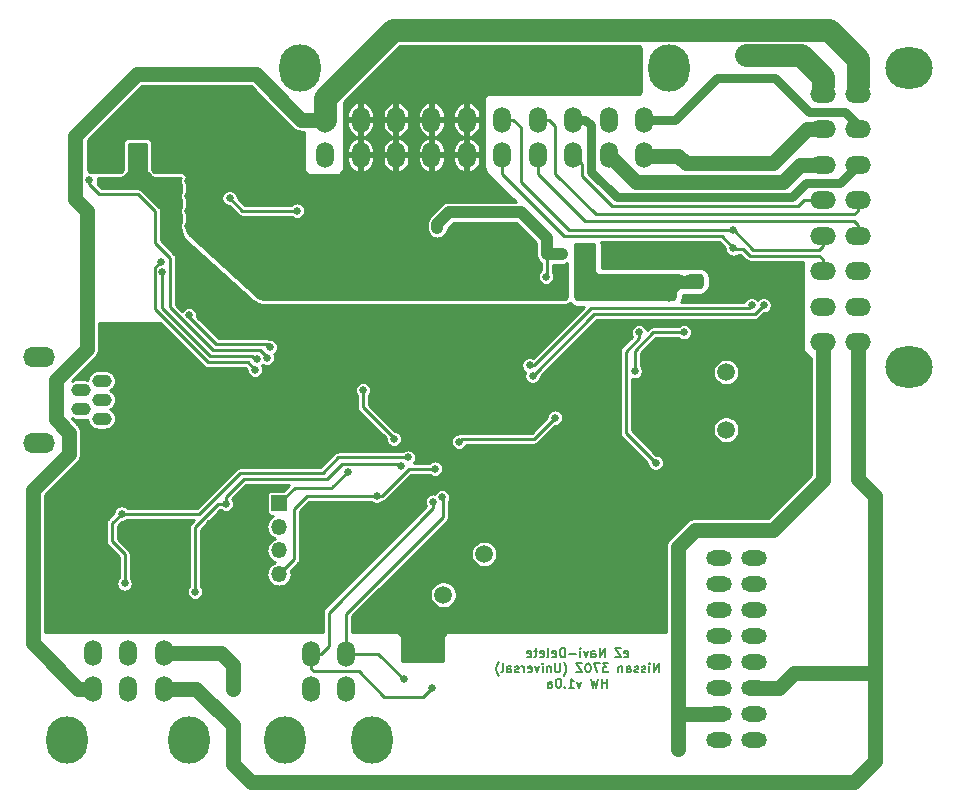
<source format=gbr>
G04 #@! TF.GenerationSoftware,KiCad,Pcbnew,(5.1.2)-2*
G04 #@! TF.CreationDate,2020-12-28T14:20:28-08:00*
G04 #@! TF.ProjectId,eZ_Navi-Delete,655a5f4e-6176-4692-9d44-656c6574652e,rev?*
G04 #@! TF.SameCoordinates,PX9347200PY548a170*
G04 #@! TF.FileFunction,Copper,L2,Bot*
G04 #@! TF.FilePolarity,Positive*
%FSLAX46Y46*%
G04 Gerber Fmt 4.6, Leading zero omitted, Abs format (unit mm)*
G04 Created by KiCad (PCBNEW (5.1.2)-2) date 2020-12-28 14:20:28*
%MOMM*%
%LPD*%
G04 APERTURE LIST*
%ADD10C,0.152400*%
%ADD11O,1.350000X1.350000*%
%ADD12R,1.350000X1.350000*%
%ADD13O,1.500000X2.200000*%
%ADD14O,3.500000X4.000000*%
%ADD15O,2.200000X1.500000*%
%ADD16O,4.000000X3.500000*%
%ADD17O,1.650000X1.100000*%
%ADD18O,2.700000X1.700000*%
%ADD19C,1.500000*%
%ADD20O,2.200000X1.300000*%
%ADD21C,0.635000*%
%ADD22C,1.270000*%
%ADD23C,0.762000*%
%ADD24C,0.254000*%
%ADD25C,1.905000*%
%ADD26C,1.270000*%
%ADD27C,0.762000*%
%ADD28C,1.016000*%
G04 APERTURE END LIST*
D10*
X8037285Y-21619028D02*
X8109857Y-21655314D01*
X8255000Y-21655314D01*
X8327571Y-21619028D01*
X8363857Y-21546457D01*
X8363857Y-21256171D01*
X8327571Y-21183600D01*
X8255000Y-21147314D01*
X8109857Y-21147314D01*
X8037285Y-21183600D01*
X8001000Y-21256171D01*
X8001000Y-21328742D01*
X8363857Y-21401314D01*
X7747000Y-20893314D02*
X7239000Y-20893314D01*
X7747000Y-21655314D01*
X7239000Y-21655314D01*
X6368142Y-21655314D02*
X6368142Y-20893314D01*
X5932714Y-21655314D01*
X5932714Y-20893314D01*
X5243285Y-21655314D02*
X5243285Y-21256171D01*
X5279571Y-21183600D01*
X5352142Y-21147314D01*
X5497285Y-21147314D01*
X5569857Y-21183600D01*
X5243285Y-21619028D02*
X5315857Y-21655314D01*
X5497285Y-21655314D01*
X5569857Y-21619028D01*
X5606142Y-21546457D01*
X5606142Y-21473885D01*
X5569857Y-21401314D01*
X5497285Y-21365028D01*
X5315857Y-21365028D01*
X5243285Y-21328742D01*
X4953000Y-21147314D02*
X4771571Y-21655314D01*
X4590142Y-21147314D01*
X4299857Y-21655314D02*
X4299857Y-21147314D01*
X4299857Y-20893314D02*
X4336142Y-20929600D01*
X4299857Y-20965885D01*
X4263571Y-20929600D01*
X4299857Y-20893314D01*
X4299857Y-20965885D01*
X3937000Y-21365028D02*
X3356428Y-21365028D01*
X2993571Y-21655314D02*
X2993571Y-20893314D01*
X2812142Y-20893314D01*
X2703285Y-20929600D01*
X2630714Y-21002171D01*
X2594428Y-21074742D01*
X2558142Y-21219885D01*
X2558142Y-21328742D01*
X2594428Y-21473885D01*
X2630714Y-21546457D01*
X2703285Y-21619028D01*
X2812142Y-21655314D01*
X2993571Y-21655314D01*
X1941285Y-21619028D02*
X2013857Y-21655314D01*
X2159000Y-21655314D01*
X2231571Y-21619028D01*
X2267857Y-21546457D01*
X2267857Y-21256171D01*
X2231571Y-21183600D01*
X2159000Y-21147314D01*
X2013857Y-21147314D01*
X1941285Y-21183600D01*
X1905000Y-21256171D01*
X1905000Y-21328742D01*
X2267857Y-21401314D01*
X1469571Y-21655314D02*
X1542142Y-21619028D01*
X1578428Y-21546457D01*
X1578428Y-20893314D01*
X889000Y-21619028D02*
X961571Y-21655314D01*
X1106714Y-21655314D01*
X1179285Y-21619028D01*
X1215571Y-21546457D01*
X1215571Y-21256171D01*
X1179285Y-21183600D01*
X1106714Y-21147314D01*
X961571Y-21147314D01*
X889000Y-21183600D01*
X852714Y-21256171D01*
X852714Y-21328742D01*
X1215571Y-21401314D01*
X635000Y-21147314D02*
X344714Y-21147314D01*
X526142Y-20893314D02*
X526142Y-21546457D01*
X489857Y-21619028D01*
X417285Y-21655314D01*
X344714Y-21655314D01*
X-199572Y-21619028D02*
X-127000Y-21655314D01*
X18142Y-21655314D01*
X90714Y-21619028D01*
X127000Y-21546457D01*
X127000Y-21256171D01*
X90714Y-21183600D01*
X18142Y-21147314D01*
X-127000Y-21147314D01*
X-199572Y-21183600D01*
X-235858Y-21256171D01*
X-235858Y-21328742D01*
X127000Y-21401314D01*
X10940142Y-22950714D02*
X10940142Y-22188714D01*
X10504714Y-22950714D01*
X10504714Y-22188714D01*
X10141857Y-22950714D02*
X10141857Y-22442714D01*
X10141857Y-22188714D02*
X10178142Y-22225000D01*
X10141857Y-22261285D01*
X10105571Y-22225000D01*
X10141857Y-22188714D01*
X10141857Y-22261285D01*
X9815285Y-22914428D02*
X9742714Y-22950714D01*
X9597571Y-22950714D01*
X9525000Y-22914428D01*
X9488714Y-22841857D01*
X9488714Y-22805571D01*
X9525000Y-22733000D01*
X9597571Y-22696714D01*
X9706428Y-22696714D01*
X9779000Y-22660428D01*
X9815285Y-22587857D01*
X9815285Y-22551571D01*
X9779000Y-22479000D01*
X9706428Y-22442714D01*
X9597571Y-22442714D01*
X9525000Y-22479000D01*
X9198428Y-22914428D02*
X9125857Y-22950714D01*
X8980714Y-22950714D01*
X8908142Y-22914428D01*
X8871857Y-22841857D01*
X8871857Y-22805571D01*
X8908142Y-22733000D01*
X8980714Y-22696714D01*
X9089571Y-22696714D01*
X9162142Y-22660428D01*
X9198428Y-22587857D01*
X9198428Y-22551571D01*
X9162142Y-22479000D01*
X9089571Y-22442714D01*
X8980714Y-22442714D01*
X8908142Y-22479000D01*
X8218714Y-22950714D02*
X8218714Y-22551571D01*
X8255000Y-22479000D01*
X8327571Y-22442714D01*
X8472714Y-22442714D01*
X8545285Y-22479000D01*
X8218714Y-22914428D02*
X8291285Y-22950714D01*
X8472714Y-22950714D01*
X8545285Y-22914428D01*
X8581571Y-22841857D01*
X8581571Y-22769285D01*
X8545285Y-22696714D01*
X8472714Y-22660428D01*
X8291285Y-22660428D01*
X8218714Y-22624142D01*
X7855857Y-22442714D02*
X7855857Y-22950714D01*
X7855857Y-22515285D02*
X7819571Y-22479000D01*
X7747000Y-22442714D01*
X7638142Y-22442714D01*
X7565571Y-22479000D01*
X7529285Y-22551571D01*
X7529285Y-22950714D01*
X6658428Y-22188714D02*
X6186714Y-22188714D01*
X6440714Y-22479000D01*
X6331857Y-22479000D01*
X6259285Y-22515285D01*
X6223000Y-22551571D01*
X6186714Y-22624142D01*
X6186714Y-22805571D01*
X6223000Y-22878142D01*
X6259285Y-22914428D01*
X6331857Y-22950714D01*
X6549571Y-22950714D01*
X6622142Y-22914428D01*
X6658428Y-22878142D01*
X5932714Y-22188714D02*
X5424714Y-22188714D01*
X5751285Y-22950714D01*
X4989285Y-22188714D02*
X4916714Y-22188714D01*
X4844142Y-22225000D01*
X4807857Y-22261285D01*
X4771571Y-22333857D01*
X4735285Y-22479000D01*
X4735285Y-22660428D01*
X4771571Y-22805571D01*
X4807857Y-22878142D01*
X4844142Y-22914428D01*
X4916714Y-22950714D01*
X4989285Y-22950714D01*
X5061857Y-22914428D01*
X5098142Y-22878142D01*
X5134428Y-22805571D01*
X5170714Y-22660428D01*
X5170714Y-22479000D01*
X5134428Y-22333857D01*
X5098142Y-22261285D01*
X5061857Y-22225000D01*
X4989285Y-22188714D01*
X4481285Y-22188714D02*
X3973285Y-22188714D01*
X4481285Y-22950714D01*
X3973285Y-22950714D01*
X2884714Y-23241000D02*
X2921000Y-23204714D01*
X2993571Y-23095857D01*
X3029857Y-23023285D01*
X3066142Y-22914428D01*
X3102428Y-22733000D01*
X3102428Y-22587857D01*
X3066142Y-22406428D01*
X3029857Y-22297571D01*
X2993571Y-22225000D01*
X2921000Y-22116142D01*
X2884714Y-22079857D01*
X2594428Y-22188714D02*
X2594428Y-22805571D01*
X2558142Y-22878142D01*
X2521857Y-22914428D01*
X2449285Y-22950714D01*
X2304142Y-22950714D01*
X2231571Y-22914428D01*
X2195285Y-22878142D01*
X2159000Y-22805571D01*
X2159000Y-22188714D01*
X1796142Y-22442714D02*
X1796142Y-22950714D01*
X1796142Y-22515285D02*
X1759857Y-22479000D01*
X1687285Y-22442714D01*
X1578428Y-22442714D01*
X1505857Y-22479000D01*
X1469571Y-22551571D01*
X1469571Y-22950714D01*
X1106714Y-22950714D02*
X1106714Y-22442714D01*
X1106714Y-22188714D02*
X1143000Y-22225000D01*
X1106714Y-22261285D01*
X1070428Y-22225000D01*
X1106714Y-22188714D01*
X1106714Y-22261285D01*
X816428Y-22442714D02*
X635000Y-22950714D01*
X453571Y-22442714D01*
X-127000Y-22914428D02*
X-54429Y-22950714D01*
X90714Y-22950714D01*
X163285Y-22914428D01*
X199571Y-22841857D01*
X199571Y-22551571D01*
X163285Y-22479000D01*
X90714Y-22442714D01*
X-54429Y-22442714D01*
X-127000Y-22479000D01*
X-163286Y-22551571D01*
X-163286Y-22624142D01*
X199571Y-22696714D01*
X-489858Y-22950714D02*
X-489858Y-22442714D01*
X-489858Y-22587857D02*
X-526143Y-22515285D01*
X-562429Y-22479000D01*
X-635000Y-22442714D01*
X-707572Y-22442714D01*
X-925286Y-22914428D02*
X-997858Y-22950714D01*
X-1143000Y-22950714D01*
X-1215572Y-22914428D01*
X-1251858Y-22841857D01*
X-1251858Y-22805571D01*
X-1215572Y-22733000D01*
X-1143000Y-22696714D01*
X-1034143Y-22696714D01*
X-961572Y-22660428D01*
X-925286Y-22587857D01*
X-925286Y-22551571D01*
X-961572Y-22479000D01*
X-1034143Y-22442714D01*
X-1143000Y-22442714D01*
X-1215572Y-22479000D01*
X-1905000Y-22950714D02*
X-1905000Y-22551571D01*
X-1868715Y-22479000D01*
X-1796143Y-22442714D01*
X-1651000Y-22442714D01*
X-1578429Y-22479000D01*
X-1905000Y-22914428D02*
X-1832429Y-22950714D01*
X-1651000Y-22950714D01*
X-1578429Y-22914428D01*
X-1542143Y-22841857D01*
X-1542143Y-22769285D01*
X-1578429Y-22696714D01*
X-1651000Y-22660428D01*
X-1832429Y-22660428D01*
X-1905000Y-22624142D01*
X-2376715Y-22950714D02*
X-2304143Y-22914428D01*
X-2267858Y-22841857D01*
X-2267858Y-22188714D01*
X-2594429Y-23241000D02*
X-2630715Y-23204714D01*
X-2703286Y-23095857D01*
X-2739572Y-23023285D01*
X-2775858Y-22914428D01*
X-2812143Y-22733000D01*
X-2812143Y-22587857D01*
X-2775858Y-22406428D01*
X-2739572Y-22297571D01*
X-2703286Y-22225000D01*
X-2630715Y-22116142D01*
X-2594429Y-22079857D01*
X6549571Y-24246114D02*
X6549571Y-23484114D01*
X6549571Y-23846971D02*
X6114142Y-23846971D01*
X6114142Y-24246114D02*
X6114142Y-23484114D01*
X5823857Y-23484114D02*
X5642428Y-24246114D01*
X5497285Y-23701828D01*
X5352142Y-24246114D01*
X5170714Y-23484114D01*
X4372428Y-23738114D02*
X4191000Y-24246114D01*
X4009571Y-23738114D01*
X3320142Y-24246114D02*
X3755571Y-24246114D01*
X3537857Y-24246114D02*
X3537857Y-23484114D01*
X3610428Y-23592971D01*
X3683000Y-23665542D01*
X3755571Y-23701828D01*
X2993571Y-24173542D02*
X2957285Y-24209828D01*
X2993571Y-24246114D01*
X3029857Y-24209828D01*
X2993571Y-24173542D01*
X2993571Y-24246114D01*
X2485571Y-23484114D02*
X2413000Y-23484114D01*
X2340428Y-23520400D01*
X2304142Y-23556685D01*
X2267857Y-23629257D01*
X2231571Y-23774400D01*
X2231571Y-23955828D01*
X2267857Y-24100971D01*
X2304142Y-24173542D01*
X2340428Y-24209828D01*
X2413000Y-24246114D01*
X2485571Y-24246114D01*
X2558142Y-24209828D01*
X2594428Y-24173542D01*
X2630714Y-24100971D01*
X2667000Y-23955828D01*
X2667000Y-23774400D01*
X2630714Y-23629257D01*
X2594428Y-23556685D01*
X2558142Y-23520400D01*
X2485571Y-23484114D01*
X1578428Y-24246114D02*
X1578428Y-23846971D01*
X1614714Y-23774400D01*
X1687285Y-23738114D01*
X1832428Y-23738114D01*
X1905000Y-23774400D01*
X1578428Y-24209828D02*
X1651000Y-24246114D01*
X1832428Y-24246114D01*
X1905000Y-24209828D01*
X1941285Y-24137257D01*
X1941285Y-24064685D01*
X1905000Y-23992114D01*
X1832428Y-23955828D01*
X1651000Y-23955828D01*
X1578428Y-23919542D01*
D11*
X-21209000Y-16636000D03*
X-21209000Y-14636000D03*
X-21209000Y-12636000D03*
X-21209000Y-10636000D03*
D12*
X-21209000Y-8636000D03*
D13*
X-2310000Y23852000D03*
X-2310000Y20852000D03*
X-5310000Y23852000D03*
X-5310000Y20852000D03*
X6690000Y23852000D03*
X6690000Y20852000D03*
X3690000Y23852000D03*
X3690000Y20852000D03*
X690000Y23852000D03*
X690000Y20852000D03*
X-8310000Y23852000D03*
X-8310000Y20852000D03*
X-14310000Y23852000D03*
X-14310000Y20852000D03*
D14*
X-19460000Y28172000D03*
X11840000Y28172000D03*
D13*
X-17310000Y23852000D03*
X-11310000Y23852000D03*
X9690000Y23852000D03*
X9690000Y20852000D03*
X-11310000Y20852000D03*
X-17310000Y20852000D03*
D15*
X27813000Y8018000D03*
X24813000Y8018000D03*
X27813000Y11018000D03*
X24813000Y11018000D03*
X27813000Y14018000D03*
X24813000Y14018000D03*
X27813000Y17018000D03*
X24813000Y17018000D03*
X27813000Y23018000D03*
X24813000Y23018000D03*
D16*
X32133000Y28178000D03*
X32133000Y2858000D03*
D15*
X27813000Y26018000D03*
X27813000Y20018000D03*
X27813000Y5018000D03*
X24813000Y5018000D03*
X24813000Y20018000D03*
X24813000Y26018000D03*
D14*
X-28828000Y-28656000D03*
X-39148000Y-28656000D03*
D13*
X-30988000Y-24336000D03*
X-33988000Y-24336000D03*
X-36988000Y-24336000D03*
X-36988000Y-21336000D03*
X-30988000Y-21336000D03*
X-33988000Y-21336000D03*
D14*
X-13358000Y-28680000D03*
X-20678000Y-28680000D03*
D13*
X-15518000Y-24360000D03*
X-18518000Y-24360000D03*
X-18518000Y-21360000D03*
X-15518000Y-21360000D03*
D17*
X-36232000Y1727000D03*
X-36232000Y-1473000D03*
X-36232000Y127000D03*
X-37982000Y927000D03*
X-37982000Y-673000D03*
D18*
X-41557000Y3777000D03*
X-41557000Y-3523000D03*
D19*
X16637000Y-2413000D03*
X16637000Y2467000D03*
X-3851819Y-12932319D03*
X-7302500Y-16383000D03*
D20*
X16038000Y-19870000D03*
X16038000Y-13270000D03*
X19038000Y-28670000D03*
X16038000Y-28670000D03*
X19038000Y-26470000D03*
X16038000Y-26470000D03*
X19038000Y-24270000D03*
X16038000Y-24270000D03*
X19038000Y-22070000D03*
X16038000Y-22070000D03*
X19038000Y-19870000D03*
X19038000Y-17670000D03*
X16038000Y-17670000D03*
X19038000Y-15470000D03*
X16038000Y-15470000D03*
X19038000Y-13270000D03*
D21*
X-6159500Y14351000D03*
X-6159500Y13081000D03*
X-6159500Y11811000D03*
X-3619500Y11811000D03*
X-1079500Y11811000D03*
X-6159500Y10541000D03*
X-3619500Y10541000D03*
X-1079500Y10541000D03*
X-10668000Y28067000D03*
X-9398000Y28067000D03*
X-8128000Y28067000D03*
X-6858000Y28067000D03*
X-5588000Y28067000D03*
X-4318000Y28067000D03*
X-3048000Y28067000D03*
X-1778000Y28067000D03*
X-508000Y28067000D03*
X762000Y28067000D03*
X2032000Y28067000D03*
X3302000Y28067000D03*
X4572000Y28067000D03*
X5842000Y28067000D03*
X7112000Y28067000D03*
X8382000Y28067000D03*
X-11938000Y28067000D03*
X-7874000Y12446000D03*
X-8890000Y12446000D03*
X-10922000Y12446000D03*
X-9906000Y12446000D03*
X-3619500Y14351000D03*
X-1079500Y14351000D03*
X-1079500Y13081000D03*
X-3619500Y13081000D03*
X-20256500Y17208500D03*
X-21272500Y17208500D03*
X-22288500Y17208500D03*
X-20256500Y14922500D03*
X-21272500Y14922500D03*
X-22288500Y14922500D03*
X-24511000Y11112500D03*
X-21463000Y11112500D03*
X-22479000Y11112500D03*
X-23495000Y11112500D03*
X-13271500Y11112500D03*
X-14287500Y11112500D03*
X-16319500Y11112500D03*
X-15303500Y11112500D03*
X-17233900Y14516100D03*
X-18249900Y14516100D03*
X-19265900Y14516100D03*
X-28879800Y16129000D03*
X-28879800Y14859000D03*
X-28879800Y17399000D03*
X-28879800Y18669000D03*
X-27609800Y23495000D03*
X-28879800Y23495000D03*
X-30149800Y23495000D03*
X-26339800Y23495000D03*
X-31419800Y23495000D03*
X-28879800Y19685000D03*
X-28879800Y22225000D03*
X-28879800Y20955000D03*
X-25069800Y25298400D03*
X-26339800Y25298400D03*
X-28879800Y25298400D03*
X-27609800Y25298400D03*
X-23799800Y25298400D03*
X-24003000Y21653500D03*
X-22987000Y21653500D03*
X-21971000Y21653500D03*
X-19240500Y17208500D03*
X-18224500Y17208500D03*
X-17208500Y17208500D03*
X-12954000Y-8001000D03*
X-8001000Y-5715000D03*
X17259250Y14490750D03*
X17259250Y12941250D03*
X12573000Y-26924000D03*
X12573000Y-28194000D03*
X12573000Y-29464000D03*
X-25146000Y-22352000D03*
X-25146000Y-23368000D03*
X-25146000Y-24384000D03*
D22*
X20637500Y29273500D03*
X18351500Y29273500D03*
D21*
X9271000Y5842000D03*
X10672000Y-5211000D03*
X13081000Y5842000D03*
X8890000Y2540000D03*
X1460500Y12446000D03*
X2730500Y12446000D03*
X1397000Y10541000D03*
X-7810500Y14668500D03*
X-10668000Y-23495000D03*
X-7406640Y-8133080D03*
X-8255000Y-24257000D03*
X-8161020Y-8501380D03*
D23*
X-27051000Y-10414000D03*
X19304000Y9652000D03*
X-34417000Y-11430000D03*
X3683000Y-5969000D03*
D21*
X-9017000Y4064000D03*
X-10287000Y4064000D03*
X-7747000Y4064000D03*
D23*
X-3937000Y-6096000D03*
X13081000Y11430000D03*
X-9969500Y-6731000D03*
X-33401000Y-7112000D03*
X-38036500Y-6604000D03*
D21*
X-36068000Y18288000D03*
D23*
X22987000Y-508000D03*
X-12065000Y-254000D03*
D21*
X-10287000Y6096000D03*
X-9017000Y6096000D03*
X-7747000Y6096000D03*
D23*
X-9906000Y-21209000D03*
X-8255000Y-21209000D03*
X-33680500Y-2641500D03*
X-29654500Y8699500D03*
X-33147000Y21336000D03*
X-33147000Y19748500D03*
X-18415000Y-5207000D03*
X-13058140Y-10068560D03*
X-13060680Y-11023600D03*
D21*
X-11484080Y-3184420D03*
X-14097000Y952500D03*
X-5969000Y-3429000D03*
X2159000Y-1397000D03*
X19812000Y8128000D03*
X254000Y2159000D03*
X18796000Y8128000D03*
X0Y3048000D03*
X-23241000Y2667000D03*
X-31178500Y11811000D03*
X-23114000Y3556000D03*
X-31093008Y10900000D03*
X-34544000Y-9525000D03*
X-10287000Y-4762500D03*
X-34290000Y-15430500D03*
X-10922000Y-5461000D03*
X-28321000Y-16129000D03*
X-25717500Y-8699500D03*
X14224000Y10287000D03*
X7112000Y9271000D03*
X11811000Y8763000D03*
X5588000Y9017000D03*
X4318000Y9017000D03*
X5080000Y12763500D03*
X5080000Y12001500D03*
X11811000Y9398000D03*
X-15397937Y-5999937D03*
X-22225000Y3683000D03*
X-37274500Y18732500D03*
X-19685000Y16129000D03*
X-25400000Y17208500D03*
X-28829000Y7302500D03*
X-21971000Y4572000D03*
D24*
X-12954000Y-8001000D02*
X-12509500Y-8001000D01*
X-12509500Y-8001000D02*
X-10223500Y-5715000D01*
X-10223500Y-5715000D02*
X-8001000Y-5715000D01*
X-21209000Y-14630400D02*
X-21209000Y-14636000D01*
X-19939000Y-13360400D02*
X-21209000Y-14630400D01*
X-19939000Y-9093200D02*
X-19939000Y-13360400D01*
X-12954000Y-8001000D02*
X-18846800Y-8001000D01*
X-18846800Y-8001000D02*
X-19939000Y-9093200D01*
D25*
X27813000Y26797000D02*
X27813000Y28956000D01*
D26*
X27813000Y26797000D02*
X27813000Y26018000D01*
D25*
X-11557000Y31432500D02*
X-17310000Y25679500D01*
X27813000Y28956000D02*
X25336500Y31432500D01*
X25336500Y31432500D02*
X-11557000Y31432500D01*
X-17310000Y25679500D02*
X-17310000Y23852000D01*
D26*
X-38989000Y-2667000D02*
X-40132000Y-1524000D01*
X-38989000Y-4445000D02*
X-38989000Y-2667000D01*
X-42037000Y-7493000D02*
X-38989000Y-4445000D01*
X-42037000Y-20510500D02*
X-42037000Y-7493000D01*
X-40132000Y-1524000D02*
X-40132000Y1778000D01*
X-36988000Y-24336000D02*
X-38211500Y-24336000D01*
X-38211500Y-24336000D02*
X-42037000Y-20510500D01*
X-40132000Y1778000D02*
X-37465000Y4445000D01*
X-37465000Y4445000D02*
X-37465000Y16065500D01*
X-37465000Y16065500D02*
X-38481000Y17081500D01*
X-38481000Y22479000D02*
X-33274000Y27686000D01*
X-38481000Y17081500D02*
X-38481000Y22479000D01*
X-33274000Y27686000D02*
X-23177500Y27686000D01*
X-23177500Y27686000D02*
X-19343500Y23852000D01*
X-19343500Y23852000D02*
X-17310000Y23852000D01*
D24*
X17272000Y14503500D02*
X17246500Y14478000D01*
X17272000Y14478000D02*
X17272000Y14503500D01*
X18923000Y12827000D02*
X17272000Y14478000D01*
X24511000Y12827000D02*
X18923000Y12827000D01*
X-1373000Y23852000D02*
X-2310000Y23852000D01*
X24813000Y14066000D02*
X24813000Y13129000D01*
X24813000Y13129000D02*
X24511000Y12827000D01*
X17246500Y14478000D02*
X3302000Y14478000D01*
X3302000Y14478000D02*
X-762000Y18542000D01*
X-762000Y18542000D02*
X-762000Y23241000D01*
X-762000Y23241000D02*
X-1373000Y23852000D01*
X17297500Y12928500D02*
X16256000Y13970000D01*
X18059500Y12928500D02*
X17297500Y12928500D01*
X18669000Y12319000D02*
X18059500Y12928500D01*
X24511000Y12319000D02*
X18669000Y12319000D01*
X24813000Y11066000D02*
X24813000Y12017000D01*
X24813000Y12017000D02*
X24511000Y12319000D01*
X16256000Y13970000D02*
X2921000Y13970000D01*
X2921000Y13970000D02*
X-2310000Y19201000D01*
X-2310000Y19201000D02*
X-2310000Y20852000D01*
D26*
X12573000Y-29464000D02*
X12573000Y-12319000D01*
X12573000Y-12319000D02*
X13970000Y-10922000D01*
X13970000Y-10922000D02*
X20574000Y-10922000D01*
X20574000Y-10922000D02*
X24813000Y-6683000D01*
X24813000Y-6683000D02*
X24813000Y5018000D01*
X13027000Y-26470000D02*
X16038000Y-26470000D01*
X-25146000Y-22352000D02*
X-25146000Y-23368000D01*
X-25146000Y-23368000D02*
X-25146000Y-24384000D01*
X-27178000Y-21336000D02*
X-26162000Y-21336000D01*
X-27178000Y-21336000D02*
X-30988000Y-21336000D01*
X-26162000Y-21336000D02*
X-25146000Y-22352000D01*
X19038000Y-24270000D02*
X19025000Y-24257000D01*
X19025000Y-24257000D02*
X21082000Y-24257000D01*
X21082000Y-24257000D02*
X22352000Y-22987000D01*
X22352000Y-22987000D02*
X29210000Y-22987000D01*
X29210000Y-22987000D02*
X29210000Y-30480000D01*
X-30988000Y-24336000D02*
X-28242000Y-24336000D01*
X-28242000Y-24336000D02*
X-25146000Y-27432000D01*
X-25146000Y-27432000D02*
X-25146000Y-30734000D01*
X-25146000Y-30734000D02*
X-23622000Y-32258000D01*
X-23622000Y-32258000D02*
X27432000Y-32258000D01*
X27432000Y-32258000D02*
X29210000Y-30480000D01*
X19051000Y-24257000D02*
X19038000Y-24270000D01*
X27813000Y-6604000D02*
X27813000Y5018000D01*
X29210000Y-22987000D02*
X29210000Y-8001000D01*
X29210000Y-8001000D02*
X27813000Y-6604000D01*
X24813000Y23066000D02*
X24432000Y23066000D01*
D25*
X23002500Y29273500D02*
X24813000Y27463000D01*
X24813000Y27463000D02*
X24813000Y26797000D01*
D26*
X24813000Y26018000D02*
X24813000Y27463000D01*
D25*
X23002500Y29273500D02*
X18351500Y29273500D01*
D24*
X24813000Y20066000D02*
X24511000Y20066000D01*
D26*
X22939000Y20018000D02*
X24813000Y20018000D01*
X21463000Y18542000D02*
X22939000Y20018000D01*
X6690000Y20852000D02*
X9000000Y18542000D01*
X9000000Y18542000D02*
X21463000Y18542000D01*
D27*
X12358500Y23852000D02*
X9690000Y23852000D01*
X27813000Y23368000D02*
X26670000Y24511000D01*
X26670000Y24511000D02*
X23622000Y24511000D01*
X23622000Y24511000D02*
X20764500Y27368500D01*
X27813000Y23018000D02*
X27813000Y23368000D01*
X20764500Y27368500D02*
X15875000Y27368500D01*
X15875000Y27368500D02*
X12358500Y23852000D01*
X23431500Y18478500D02*
X26273500Y18478500D01*
X3690000Y23852000D02*
X4723000Y23852000D01*
X5207000Y23368000D02*
X5207000Y19431000D01*
X26273500Y18478500D02*
X27813000Y20018000D01*
X5207000Y19431000D02*
X7366000Y17272000D01*
X4723000Y23852000D02*
X5207000Y23368000D01*
X7366000Y17272000D02*
X22225000Y17272000D01*
X22225000Y17272000D02*
X23431500Y18478500D01*
D24*
X23241000Y17018000D02*
X24813000Y17018000D01*
X22733000Y16510000D02*
X23241000Y17018000D01*
X6985000Y16510000D02*
X22733000Y16510000D01*
X4445000Y19050000D02*
X6985000Y16510000D01*
X3690000Y20852000D02*
X4445000Y20097000D01*
X4445000Y20097000D02*
X4445000Y19050000D01*
X1611500Y23852000D02*
X2159000Y23304500D01*
X690000Y23852000D02*
X1611500Y23852000D01*
X2159000Y23304500D02*
X2159000Y19240500D01*
X27813000Y16129000D02*
X27813000Y17018000D01*
X2159000Y19240500D02*
X5588000Y15811500D01*
X5588000Y15811500D02*
X27495500Y15811500D01*
X27495500Y15811500D02*
X27813000Y16129000D01*
D26*
X9777500Y20764500D02*
X9690000Y20852000D01*
X12573000Y20764500D02*
X9777500Y20764500D01*
X13208000Y20129500D02*
X12573000Y20764500D01*
X20574000Y20129500D02*
X13208000Y20129500D01*
X24813000Y23018000D02*
X23462500Y23018000D01*
X23462500Y23018000D02*
X20574000Y20129500D01*
D24*
X690000Y19249000D02*
X690000Y20852000D01*
X4699000Y15240000D02*
X690000Y19249000D01*
X27495500Y15240000D02*
X4699000Y15240000D01*
X27813000Y14018000D02*
X27813000Y14922500D01*
X27813000Y14922500D02*
X27495500Y15240000D01*
X9271000Y5334000D02*
X9271000Y5842000D01*
X8128000Y4191000D02*
X9271000Y5334000D01*
X10672000Y-5211000D02*
X8128000Y-2667000D01*
X8128000Y-2667000D02*
X8128000Y4191000D01*
X12446000Y5842000D02*
X13081000Y5842000D01*
X10477500Y5842000D02*
X12446000Y5842000D01*
X8890000Y2540000D02*
X8890000Y4254500D01*
X8890000Y4254500D02*
X10477500Y5842000D01*
X1460500Y12446000D02*
X1458000Y12443500D01*
D28*
X2730500Y12446000D02*
X1460500Y12446000D01*
D24*
X1460500Y10604500D02*
X1397000Y10541000D01*
X1460500Y12446000D02*
X1460500Y10604500D01*
D28*
X1460500Y13779500D02*
X1460500Y12446000D01*
X-762000Y16002000D02*
X1460500Y13779500D01*
X-6794500Y16002000D02*
X-762000Y16002000D01*
X-7810500Y14668500D02*
X-7810500Y14986000D01*
X-7810500Y14986000D02*
X-6794500Y16002000D01*
D24*
X-15034000Y-21844000D02*
X-15518000Y-21360000D01*
X-12803000Y-21360000D02*
X-15518000Y-21360000D01*
X-10668000Y-23495000D02*
X-12803000Y-21360000D01*
X-15518000Y-20090000D02*
X-15518000Y-21360000D01*
X-15518000Y-17994500D02*
X-15518000Y-20090000D01*
X-7366000Y-9842500D02*
X-15518000Y-17994500D01*
X-7406640Y-8133080D02*
X-7366000Y-8173720D01*
X-7366000Y-8173720D02*
X-7366000Y-9842500D01*
X-17613500Y-21360000D02*
X-18518000Y-21360000D01*
X-17018000Y-20764500D02*
X-17613500Y-21360000D01*
X-17018000Y-17907000D02*
X-17018000Y-20764500D01*
X-8161020Y-8501380D02*
X-8161020Y-9050020D01*
X-8161020Y-9050020D02*
X-17018000Y-17907000D01*
X-18518000Y-22630000D02*
X-18518000Y-21360000D01*
X-18288000Y-22860000D02*
X-18518000Y-22630000D01*
X-14478000Y-22860000D02*
X-18288000Y-22860000D01*
X-12319000Y-25019000D02*
X-14478000Y-22860000D01*
X-8255000Y-24257000D02*
X-9017000Y-25019000D01*
X-9017000Y-25019000D02*
X-12319000Y-25019000D01*
X-14097000Y952500D02*
X-14097000Y-508000D01*
X-14097000Y-508000D02*
X-11484080Y-3120920D01*
X-11484080Y-3120920D02*
X-11484080Y-3184420D01*
X381000Y-3175000D02*
X2159000Y-1397000D01*
X-5969000Y-3429000D02*
X-5715000Y-3175000D01*
X-5715000Y-3175000D02*
X381000Y-3175000D01*
X19050000Y7366000D02*
X19812000Y8128000D01*
X254000Y2159000D02*
X5461000Y7366000D01*
X5461000Y7366000D02*
X19050000Y7366000D01*
X18542000Y7874000D02*
X18796000Y8128000D01*
X5207000Y7874000D02*
X18542000Y7874000D01*
X0Y3048000D02*
X381000Y3048000D01*
X381000Y3048000D02*
X5207000Y7874000D01*
X-23876000Y3302000D02*
X-23241000Y2667000D01*
X-27241500Y3302000D02*
X-23876000Y3302000D01*
X-31750000Y7810500D02*
X-27241500Y3302000D01*
X-31750000Y11315710D02*
X-31750000Y7810500D01*
X-31178500Y11811000D02*
X-31254710Y11811000D01*
X-31254710Y11811000D02*
X-31750000Y11315710D01*
X-31093008Y7852008D02*
X-31093008Y10900000D01*
X-27051000Y3810000D02*
X-31093008Y7852008D01*
X-23495000Y3810000D02*
X-27051000Y3810000D01*
X-23114000Y3556000D02*
X-23241000Y3556000D01*
X-23241000Y3556000D02*
X-23495000Y3810000D01*
X-35369500Y-10350500D02*
X-34544000Y-9525000D01*
X-35369500Y-11874500D02*
X-35369500Y-10350500D01*
X-34290000Y-15430500D02*
X-34290000Y-12954000D01*
X-34290000Y-12954000D02*
X-35369500Y-11874500D01*
X-34539000Y-9530000D02*
X-34544000Y-9525000D01*
X-27945000Y-9530000D02*
X-34539000Y-9530000D01*
X-24511000Y-6096000D02*
X-27945000Y-9530000D01*
X-17526000Y-6096000D02*
X-24511000Y-6096000D01*
X-10287000Y-4762500D02*
X-16192500Y-4762500D01*
X-16192500Y-4762500D02*
X-17526000Y-6096000D01*
X-28321000Y-10668000D02*
X-28321000Y-16129000D01*
X-26352500Y-8699500D02*
X-28321000Y-10668000D01*
X-25717500Y-8699500D02*
X-26352500Y-8699500D01*
X-11049000Y-5334000D02*
X-10922000Y-5461000D01*
X-15875000Y-5334000D02*
X-11049000Y-5334000D01*
X-17145000Y-6604000D02*
X-15875000Y-5334000D01*
X-24193500Y-6604000D02*
X-17145000Y-6604000D01*
X-25717500Y-8699500D02*
X-25717500Y-8128000D01*
X-25717500Y-8128000D02*
X-24193500Y-6604000D01*
X-19888200Y-7315200D02*
X-21209000Y-8636000D01*
X-16687800Y-7315200D02*
X-19888200Y-7315200D01*
X-15397937Y-5999937D02*
X-16687800Y-7289800D01*
X-16687800Y-7289800D02*
X-16687800Y-7315200D01*
X-22225000Y3746500D02*
X-22225000Y3683000D01*
X-22796500Y4318000D02*
X-22225000Y3746500D01*
X-26797000Y4318000D02*
X-22796500Y4318000D01*
X-30416500Y7937500D02*
X-26797000Y4318000D01*
X-37274500Y18732500D02*
X-37274500Y18351500D01*
X-36449000Y17526000D02*
X-33147000Y17526000D01*
X-30416500Y12128500D02*
X-30416500Y7937500D01*
X-37274500Y18351500D02*
X-36449000Y17526000D01*
X-33147000Y17526000D02*
X-31686500Y16065500D01*
X-31686500Y16065500D02*
X-31686500Y13398500D01*
X-31686500Y13398500D02*
X-30416500Y12128500D01*
X-24320500Y16129000D02*
X-25400000Y17208500D01*
X-19685000Y16129000D02*
X-24320500Y16129000D01*
X-28829000Y7112000D02*
X-28829000Y7302500D01*
X-26543000Y4826000D02*
X-28829000Y7112000D01*
X-21971000Y4572000D02*
X-22225000Y4826000D01*
X-22225000Y4826000D02*
X-26543000Y4826000D01*
G36*
X-32448500Y21749684D02*
G01*
X-32448500Y19558000D01*
X-32441179Y19483671D01*
X-32419498Y19412198D01*
X-32384290Y19346328D01*
X-32336908Y19288592D01*
X-32082908Y19034592D01*
X-32025172Y18987210D01*
X-31959302Y18952002D01*
X-31887829Y18930321D01*
X-31813500Y18923000D01*
X-29558316Y18923000D01*
X-29538747Y18903431D01*
X-29551457Y18872745D01*
X-29578300Y18737796D01*
X-29578300Y18600204D01*
X-29551457Y18465255D01*
X-29527500Y18407417D01*
X-29527500Y17660583D01*
X-29551457Y17602745D01*
X-29578300Y17467796D01*
X-29578300Y17330204D01*
X-29551457Y17195255D01*
X-29527500Y17137417D01*
X-29527500Y16390583D01*
X-29551457Y16332745D01*
X-29578300Y16197796D01*
X-29578300Y16060204D01*
X-29551457Y15925255D01*
X-29527500Y15867417D01*
X-29527500Y15120583D01*
X-29551457Y15062745D01*
X-29578300Y14927796D01*
X-29578300Y14790204D01*
X-29551457Y14655255D01*
X-29527500Y14597417D01*
X-29527500Y14478000D01*
X-29518305Y14394802D01*
X-29494930Y14323865D01*
X-29306985Y13899006D01*
X-29264918Y13826640D01*
X-29214843Y13771224D01*
X-23304233Y8397942D01*
X-23252021Y8358123D01*
X-23185332Y8324492D01*
X-22743387Y8153633D01*
X-22680329Y8135321D01*
X-22606000Y8128000D01*
X3048000Y8128000D01*
X3122329Y8135321D01*
X3193802Y8157002D01*
X3259672Y8192210D01*
X3317408Y8239592D01*
X3402698Y8324882D01*
X3577790Y8149790D01*
X3654770Y8086613D01*
X3742597Y8039669D01*
X3837894Y8010761D01*
X3937000Y8001000D01*
X4615580Y8001000D01*
X296017Y3681437D01*
X203745Y3719657D01*
X68796Y3746500D01*
X-68796Y3746500D01*
X-203745Y3719657D01*
X-330864Y3667003D01*
X-445268Y3590561D01*
X-542561Y3493268D01*
X-619003Y3378864D01*
X-671657Y3251745D01*
X-698500Y3116796D01*
X-698500Y2979204D01*
X-671657Y2844255D01*
X-619003Y2717136D01*
X-542561Y2602732D01*
X-445268Y2505439D01*
X-377349Y2460057D01*
X-417657Y2362745D01*
X-444500Y2227796D01*
X-444500Y2090204D01*
X-417657Y1955255D01*
X-365003Y1828136D01*
X-288561Y1713732D01*
X-191268Y1616439D01*
X-76864Y1539997D01*
X50255Y1487343D01*
X185204Y1460500D01*
X322796Y1460500D01*
X457745Y1487343D01*
X584864Y1539997D01*
X699268Y1616439D01*
X796561Y1713732D01*
X873003Y1828136D01*
X925657Y1955255D01*
X952500Y2090204D01*
X952500Y2139080D01*
X3004420Y4191000D01*
X7617543Y4191000D01*
X7620001Y4166046D01*
X7620000Y-2642056D01*
X7617543Y-2667000D01*
X7620000Y-2691944D01*
X7620000Y-2691946D01*
X7627351Y-2766584D01*
X7656399Y-2862342D01*
X7703571Y-2950595D01*
X7767052Y-3027948D01*
X7786435Y-3043855D01*
X9973500Y-5230921D01*
X9973500Y-5279796D01*
X10000343Y-5414745D01*
X10052997Y-5541864D01*
X10129439Y-5656268D01*
X10226732Y-5753561D01*
X10341136Y-5830003D01*
X10468255Y-5882657D01*
X10603204Y-5909500D01*
X10740796Y-5909500D01*
X10875745Y-5882657D01*
X11002864Y-5830003D01*
X11117268Y-5753561D01*
X11214561Y-5656268D01*
X11291003Y-5541864D01*
X11343657Y-5414745D01*
X11370500Y-5279796D01*
X11370500Y-5142204D01*
X11343657Y-5007255D01*
X11291003Y-4880136D01*
X11214561Y-4765732D01*
X11117268Y-4668439D01*
X11002864Y-4591997D01*
X10875745Y-4539343D01*
X10740796Y-4512500D01*
X10691921Y-4512500D01*
X8636000Y-2456580D01*
X8636000Y-2301606D01*
X15506000Y-2301606D01*
X15506000Y-2524394D01*
X15549464Y-2742900D01*
X15634721Y-2948729D01*
X15758495Y-3133970D01*
X15916030Y-3291505D01*
X16101271Y-3415279D01*
X16307100Y-3500536D01*
X16525606Y-3544000D01*
X16748394Y-3544000D01*
X16966900Y-3500536D01*
X17172729Y-3415279D01*
X17357970Y-3291505D01*
X17515505Y-3133970D01*
X17639279Y-2948729D01*
X17724536Y-2742900D01*
X17768000Y-2524394D01*
X17768000Y-2301606D01*
X17724536Y-2083100D01*
X17639279Y-1877271D01*
X17515505Y-1692030D01*
X17357970Y-1534495D01*
X17172729Y-1410721D01*
X16966900Y-1325464D01*
X16748394Y-1282000D01*
X16525606Y-1282000D01*
X16307100Y-1325464D01*
X16101271Y-1410721D01*
X15916030Y-1534495D01*
X15758495Y-1692030D01*
X15634721Y-1877271D01*
X15549464Y-2083100D01*
X15506000Y-2301606D01*
X8636000Y-2301606D01*
X8636000Y1889159D01*
X8686255Y1868343D01*
X8821204Y1841500D01*
X8958796Y1841500D01*
X9093745Y1868343D01*
X9220864Y1920997D01*
X9335268Y1997439D01*
X9432561Y2094732D01*
X9509003Y2209136D01*
X9561657Y2336255D01*
X9588500Y2471204D01*
X9588500Y2578394D01*
X15506000Y2578394D01*
X15506000Y2355606D01*
X15549464Y2137100D01*
X15634721Y1931271D01*
X15758495Y1746030D01*
X15916030Y1588495D01*
X16101271Y1464721D01*
X16307100Y1379464D01*
X16525606Y1336000D01*
X16748394Y1336000D01*
X16966900Y1379464D01*
X17172729Y1464721D01*
X17357970Y1588495D01*
X17515505Y1746030D01*
X17639279Y1931271D01*
X17724536Y2137100D01*
X17768000Y2355606D01*
X17768000Y2578394D01*
X17724536Y2796900D01*
X17639279Y3002729D01*
X17515505Y3187970D01*
X17357970Y3345505D01*
X17172729Y3469279D01*
X16966900Y3554536D01*
X16748394Y3598000D01*
X16525606Y3598000D01*
X16307100Y3554536D01*
X16101271Y3469279D01*
X15916030Y3345505D01*
X15758495Y3187970D01*
X15634721Y3002729D01*
X15549464Y2796900D01*
X15506000Y2578394D01*
X9588500Y2578394D01*
X9588500Y2608796D01*
X9561657Y2743745D01*
X9509003Y2870864D01*
X9432561Y2985268D01*
X9398000Y3019829D01*
X9398000Y4044080D01*
X10687921Y5334000D01*
X12601171Y5334000D01*
X12635732Y5299439D01*
X12750136Y5222997D01*
X12877255Y5170343D01*
X13012204Y5143500D01*
X13149796Y5143500D01*
X13284745Y5170343D01*
X13411864Y5222997D01*
X13526268Y5299439D01*
X13623561Y5396732D01*
X13700003Y5511136D01*
X13752657Y5638255D01*
X13779500Y5773204D01*
X13779500Y5910796D01*
X13752657Y6045745D01*
X13700003Y6172864D01*
X13623561Y6287268D01*
X13526268Y6384561D01*
X13411864Y6461003D01*
X13284745Y6513657D01*
X13149796Y6540500D01*
X13012204Y6540500D01*
X12877255Y6513657D01*
X12750136Y6461003D01*
X12635732Y6384561D01*
X12601171Y6350000D01*
X10502443Y6350000D01*
X10477499Y6352457D01*
X10452555Y6350000D01*
X10452553Y6350000D01*
X10377915Y6342649D01*
X10282157Y6313601D01*
X10248033Y6295361D01*
X10193904Y6266429D01*
X10144243Y6225673D01*
X10116552Y6202948D01*
X10100650Y6183571D01*
X9946003Y6028924D01*
X9942657Y6045745D01*
X9890003Y6172864D01*
X9813561Y6287268D01*
X9716268Y6384561D01*
X9601864Y6461003D01*
X9474745Y6513657D01*
X9339796Y6540500D01*
X9202204Y6540500D01*
X9067255Y6513657D01*
X8940136Y6461003D01*
X8825732Y6384561D01*
X8728439Y6287268D01*
X8651997Y6172864D01*
X8599343Y6045745D01*
X8572500Y5910796D01*
X8572500Y5773204D01*
X8599343Y5638255D01*
X8651997Y5511136D01*
X8683126Y5464547D01*
X7786430Y4567850D01*
X7767053Y4551948D01*
X7751151Y4532571D01*
X7751150Y4532570D01*
X7703571Y4474595D01*
X7661080Y4395099D01*
X7656400Y4386343D01*
X7633439Y4310649D01*
X7627352Y4290584D01*
X7617543Y4191000D01*
X3004420Y4191000D01*
X5671421Y6858000D01*
X19025056Y6858000D01*
X19050000Y6855543D01*
X19074944Y6858000D01*
X19074947Y6858000D01*
X19149585Y6865351D01*
X19245343Y6894399D01*
X19333595Y6941571D01*
X19410948Y7005052D01*
X19426855Y7024435D01*
X19831920Y7429500D01*
X19880796Y7429500D01*
X20015745Y7456343D01*
X20142864Y7508997D01*
X20257268Y7585439D01*
X20354561Y7682732D01*
X20431003Y7797136D01*
X20483657Y7924255D01*
X20510500Y8059204D01*
X20510500Y8196796D01*
X20483657Y8331745D01*
X20431003Y8458864D01*
X20354561Y8573268D01*
X20257268Y8670561D01*
X20142864Y8747003D01*
X20015745Y8799657D01*
X19880796Y8826500D01*
X19743204Y8826500D01*
X19608255Y8799657D01*
X19481136Y8747003D01*
X19366732Y8670561D01*
X19304000Y8607829D01*
X19241268Y8670561D01*
X19126864Y8747003D01*
X18999745Y8799657D01*
X18864796Y8826500D01*
X18727204Y8826500D01*
X18592255Y8799657D01*
X18465136Y8747003D01*
X18350732Y8670561D01*
X18253439Y8573268D01*
X18176997Y8458864D01*
X18145159Y8382000D01*
X12783420Y8382000D01*
X12805210Y8403790D01*
X12868387Y8480770D01*
X12915331Y8568597D01*
X12944239Y8663894D01*
X12954000Y8763000D01*
X12954000Y9017000D01*
X14478000Y9017000D01*
X14577106Y9026761D01*
X14672403Y9055669D01*
X14760230Y9102613D01*
X14837210Y9165790D01*
X15091210Y9419790D01*
X15154387Y9496770D01*
X15201331Y9584597D01*
X15230239Y9679894D01*
X15240000Y9779000D01*
X15240000Y10541000D01*
X15230239Y10640106D01*
X15201331Y10735403D01*
X15154387Y10823230D01*
X15091210Y10900210D01*
X14837210Y11154210D01*
X14760230Y11217387D01*
X14672403Y11264331D01*
X14577106Y11293239D01*
X14478000Y11303000D01*
X6096000Y11303000D01*
X6096000Y13335000D01*
X6086239Y13434106D01*
X6077777Y13462000D01*
X16045580Y13462000D01*
X16560750Y12946829D01*
X16560750Y12872454D01*
X16587593Y12737505D01*
X16640247Y12610386D01*
X16716689Y12495982D01*
X16813982Y12398689D01*
X16928386Y12322247D01*
X17055505Y12269593D01*
X17190454Y12242750D01*
X17328046Y12242750D01*
X17462995Y12269593D01*
X17590114Y12322247D01*
X17704518Y12398689D01*
X17726329Y12420500D01*
X17849080Y12420500D01*
X18292149Y11977430D01*
X18308052Y11958052D01*
X18327429Y11942150D01*
X18385404Y11894571D01*
X18473655Y11847400D01*
X18473657Y11847399D01*
X18569415Y11818351D01*
X18644053Y11811000D01*
X18644055Y11811000D01*
X18668999Y11808543D01*
X18693943Y11811000D01*
X23114000Y11811000D01*
X23114000Y4445000D01*
X23114907Y4429850D01*
X23120285Y4405541D01*
X23130303Y4382749D01*
X23144574Y4362349D01*
X23797001Y3601184D01*
X23797000Y-6262159D01*
X20153160Y-9906000D01*
X14019893Y-9906000D01*
X13969999Y-9901086D01*
X13920105Y-9906000D01*
X13920098Y-9906000D01*
X13790177Y-9918796D01*
X13770828Y-9920702D01*
X13712732Y-9938326D01*
X13579313Y-9978798D01*
X13402810Y-10073140D01*
X13248104Y-10200104D01*
X13216293Y-10238866D01*
X11889868Y-11565292D01*
X11851105Y-11597104D01*
X11724141Y-11751810D01*
X11652585Y-11885683D01*
X11629799Y-11928313D01*
X11571702Y-12119830D01*
X11552085Y-12319000D01*
X11557001Y-12368912D01*
X11557001Y-19558000D01*
X-6985000Y-19558000D01*
X-7009776Y-19560440D01*
X-7033601Y-19567667D01*
X-7055557Y-19579403D01*
X-7074803Y-19595197D01*
X-7328803Y-19849197D01*
X-7344597Y-19868443D01*
X-7356333Y-19890399D01*
X-7363560Y-19914224D01*
X-7366000Y-19939000D01*
X-7366000Y-21971000D01*
X-10795000Y-21971000D01*
X-10795000Y-19939000D01*
X-10797440Y-19914224D01*
X-10804667Y-19890399D01*
X-10816403Y-19868443D01*
X-10832197Y-19849197D01*
X-11086197Y-19595197D01*
X-11105443Y-19579403D01*
X-11127399Y-19567667D01*
X-11151224Y-19560440D01*
X-11176000Y-19558000D01*
X-15010000Y-19558000D01*
X-15010000Y-18204920D01*
X-13076686Y-16271606D01*
X-8433500Y-16271606D01*
X-8433500Y-16494394D01*
X-8390036Y-16712900D01*
X-8304779Y-16918729D01*
X-8181005Y-17103970D01*
X-8023470Y-17261505D01*
X-7838229Y-17385279D01*
X-7632400Y-17470536D01*
X-7413894Y-17514000D01*
X-7191106Y-17514000D01*
X-6972600Y-17470536D01*
X-6766771Y-17385279D01*
X-6581530Y-17261505D01*
X-6423995Y-17103970D01*
X-6300221Y-16918729D01*
X-6214964Y-16712900D01*
X-6171500Y-16494394D01*
X-6171500Y-16271606D01*
X-6214964Y-16053100D01*
X-6300221Y-15847271D01*
X-6423995Y-15662030D01*
X-6581530Y-15504495D01*
X-6766771Y-15380721D01*
X-6972600Y-15295464D01*
X-7191106Y-15252000D01*
X-7413894Y-15252000D01*
X-7632400Y-15295464D01*
X-7838229Y-15380721D01*
X-8023470Y-15504495D01*
X-8181005Y-15662030D01*
X-8304779Y-15847271D01*
X-8390036Y-16053100D01*
X-8433500Y-16271606D01*
X-13076686Y-16271606D01*
X-9626005Y-12820925D01*
X-4982819Y-12820925D01*
X-4982819Y-13043713D01*
X-4939355Y-13262219D01*
X-4854098Y-13468048D01*
X-4730324Y-13653289D01*
X-4572789Y-13810824D01*
X-4387548Y-13934598D01*
X-4181719Y-14019855D01*
X-3963213Y-14063319D01*
X-3740425Y-14063319D01*
X-3521919Y-14019855D01*
X-3316090Y-13934598D01*
X-3130849Y-13810824D01*
X-2973314Y-13653289D01*
X-2849540Y-13468048D01*
X-2764283Y-13262219D01*
X-2720819Y-13043713D01*
X-2720819Y-12820925D01*
X-2764283Y-12602419D01*
X-2849540Y-12396590D01*
X-2973314Y-12211349D01*
X-3130849Y-12053814D01*
X-3316090Y-11930040D01*
X-3521919Y-11844783D01*
X-3740425Y-11801319D01*
X-3963213Y-11801319D01*
X-4181719Y-11844783D01*
X-4387548Y-11930040D01*
X-4572789Y-12053814D01*
X-4730324Y-12211349D01*
X-4854098Y-12396590D01*
X-4939355Y-12602419D01*
X-4982819Y-12820925D01*
X-9626005Y-12820925D01*
X-7024429Y-10219350D01*
X-7005052Y-10203448D01*
X-6971398Y-10162440D01*
X-6941571Y-10126096D01*
X-6899015Y-10046479D01*
X-6894399Y-10037843D01*
X-6865351Y-9942085D01*
X-6858000Y-9867447D01*
X-6858000Y-9867444D01*
X-6855543Y-9842500D01*
X-6858000Y-9817556D01*
X-6858000Y-8569250D01*
X-6787637Y-8463944D01*
X-6734983Y-8336825D01*
X-6708140Y-8201876D01*
X-6708140Y-8064284D01*
X-6734983Y-7929335D01*
X-6787637Y-7802216D01*
X-6864079Y-7687812D01*
X-6961372Y-7590519D01*
X-7075776Y-7514077D01*
X-7202895Y-7461423D01*
X-7337844Y-7434580D01*
X-7475436Y-7434580D01*
X-7610385Y-7461423D01*
X-7737504Y-7514077D01*
X-7851908Y-7590519D01*
X-7949201Y-7687812D01*
X-8025643Y-7802216D01*
X-8030965Y-7815065D01*
X-8092224Y-7802880D01*
X-8229816Y-7802880D01*
X-8364765Y-7829723D01*
X-8491884Y-7882377D01*
X-8606288Y-7958819D01*
X-8703581Y-8056112D01*
X-8780023Y-8170516D01*
X-8832677Y-8297635D01*
X-8859520Y-8432584D01*
X-8859520Y-8570176D01*
X-8832677Y-8705125D01*
X-8780023Y-8832244D01*
X-8732616Y-8903195D01*
X-17359565Y-17530145D01*
X-17378948Y-17546052D01*
X-17442429Y-17623405D01*
X-17489601Y-17711658D01*
X-17518649Y-17807416D01*
X-17526000Y-17882053D01*
X-17528457Y-17907000D01*
X-17526000Y-17931944D01*
X-17525999Y-19558000D01*
X-41021000Y-19558000D01*
X-41021000Y-10350500D01*
X-35879957Y-10350500D01*
X-35877499Y-10375454D01*
X-35877500Y-11849555D01*
X-35879957Y-11874500D01*
X-35877500Y-11899444D01*
X-35877500Y-11899446D01*
X-35870149Y-11974084D01*
X-35841101Y-12069842D01*
X-35793929Y-12158095D01*
X-35730448Y-12235448D01*
X-35711065Y-12251355D01*
X-34797999Y-13164421D01*
X-34798000Y-14950671D01*
X-34832561Y-14985232D01*
X-34909003Y-15099636D01*
X-34961657Y-15226755D01*
X-34988500Y-15361704D01*
X-34988500Y-15499296D01*
X-34961657Y-15634245D01*
X-34909003Y-15761364D01*
X-34832561Y-15875768D01*
X-34735268Y-15973061D01*
X-34620864Y-16049503D01*
X-34493745Y-16102157D01*
X-34358796Y-16129000D01*
X-34221204Y-16129000D01*
X-34086255Y-16102157D01*
X-33959136Y-16049503D01*
X-33844732Y-15973061D01*
X-33747439Y-15875768D01*
X-33670997Y-15761364D01*
X-33618343Y-15634245D01*
X-33591500Y-15499296D01*
X-33591500Y-15361704D01*
X-33618343Y-15226755D01*
X-33670997Y-15099636D01*
X-33747439Y-14985232D01*
X-33782000Y-14950671D01*
X-33782000Y-12978944D01*
X-33779543Y-12954000D01*
X-33782000Y-12929053D01*
X-33789351Y-12854415D01*
X-33818399Y-12758657D01*
X-33865571Y-12670405D01*
X-33929052Y-12593052D01*
X-33948435Y-12577145D01*
X-34861500Y-11664080D01*
X-34861500Y-10560920D01*
X-34524079Y-10223500D01*
X-34475204Y-10223500D01*
X-34340255Y-10196657D01*
X-34213136Y-10144003D01*
X-34098732Y-10067561D01*
X-34069171Y-10038000D01*
X-28409420Y-10038000D01*
X-28662565Y-10291145D01*
X-28681948Y-10307052D01*
X-28745429Y-10384405D01*
X-28792601Y-10472658D01*
X-28821649Y-10568416D01*
X-28828305Y-10636000D01*
X-28831457Y-10668000D01*
X-28829000Y-10692944D01*
X-28828999Y-15649170D01*
X-28863561Y-15683732D01*
X-28940003Y-15798136D01*
X-28992657Y-15925255D01*
X-29019500Y-16060204D01*
X-29019500Y-16197796D01*
X-28992657Y-16332745D01*
X-28940003Y-16459864D01*
X-28863561Y-16574268D01*
X-28766268Y-16671561D01*
X-28651864Y-16748003D01*
X-28524745Y-16800657D01*
X-28389796Y-16827500D01*
X-28252204Y-16827500D01*
X-28117255Y-16800657D01*
X-27990136Y-16748003D01*
X-27875732Y-16671561D01*
X-27778439Y-16574268D01*
X-27701997Y-16459864D01*
X-27649343Y-16332745D01*
X-27622500Y-16197796D01*
X-27622500Y-16060204D01*
X-27649343Y-15925255D01*
X-27701997Y-15798136D01*
X-27778439Y-15683732D01*
X-27813000Y-15649171D01*
X-27813000Y-10878420D01*
X-26169704Y-9235125D01*
X-26162768Y-9242061D01*
X-26048364Y-9318503D01*
X-25921245Y-9371157D01*
X-25786296Y-9398000D01*
X-25648704Y-9398000D01*
X-25513755Y-9371157D01*
X-25386636Y-9318503D01*
X-25272232Y-9242061D01*
X-25174939Y-9144768D01*
X-25098497Y-9030364D01*
X-25045843Y-8903245D01*
X-25019000Y-8768296D01*
X-25019000Y-8630704D01*
X-25045843Y-8495755D01*
X-25098497Y-8368636D01*
X-25155061Y-8283981D01*
X-23983079Y-7112000D01*
X-20403421Y-7112000D01*
X-20869578Y-7578157D01*
X-21884000Y-7578157D01*
X-21958689Y-7585513D01*
X-22030508Y-7607299D01*
X-22096696Y-7642678D01*
X-22154711Y-7690289D01*
X-22202322Y-7748304D01*
X-22237701Y-7814492D01*
X-22259487Y-7886311D01*
X-22266843Y-7961000D01*
X-22266843Y-9311000D01*
X-22259487Y-9385689D01*
X-22237701Y-9457508D01*
X-22202322Y-9523696D01*
X-22154711Y-9581711D01*
X-22096696Y-9629322D01*
X-22030508Y-9664701D01*
X-21958689Y-9686487D01*
X-21884000Y-9693843D01*
X-21686499Y-9693843D01*
X-21798521Y-9753720D01*
X-21959317Y-9885683D01*
X-22091280Y-10046479D01*
X-22189337Y-10229931D01*
X-22249720Y-10428988D01*
X-22270109Y-10636000D01*
X-22249720Y-10843012D01*
X-22189337Y-11042069D01*
X-22091280Y-11225521D01*
X-21959317Y-11386317D01*
X-21798521Y-11518280D01*
X-21615069Y-11616337D01*
X-21550248Y-11636000D01*
X-21615069Y-11655663D01*
X-21798521Y-11753720D01*
X-21959317Y-11885683D01*
X-22091280Y-12046479D01*
X-22189337Y-12229931D01*
X-22249720Y-12428988D01*
X-22270109Y-12636000D01*
X-22249720Y-12843012D01*
X-22189337Y-13042069D01*
X-22091280Y-13225521D01*
X-21959317Y-13386317D01*
X-21798521Y-13518280D01*
X-21615069Y-13616337D01*
X-21550248Y-13636000D01*
X-21615069Y-13655663D01*
X-21798521Y-13753720D01*
X-21959317Y-13885683D01*
X-22091280Y-14046479D01*
X-22189337Y-14229931D01*
X-22249720Y-14428988D01*
X-22270109Y-14636000D01*
X-22249720Y-14843012D01*
X-22189337Y-15042069D01*
X-22091280Y-15225521D01*
X-21959317Y-15386317D01*
X-21798521Y-15518280D01*
X-21615069Y-15616337D01*
X-21416012Y-15676720D01*
X-21260872Y-15692000D01*
X-21157128Y-15692000D01*
X-21001988Y-15676720D01*
X-20802931Y-15616337D01*
X-20619479Y-15518280D01*
X-20458683Y-15386317D01*
X-20326720Y-15225521D01*
X-20228663Y-15042069D01*
X-20168280Y-14843012D01*
X-20147891Y-14636000D01*
X-20168280Y-14428988D01*
X-20196416Y-14336236D01*
X-19597429Y-13737250D01*
X-19578052Y-13721348D01*
X-19533003Y-13666455D01*
X-19514571Y-13643996D01*
X-19467400Y-13555745D01*
X-19456035Y-13518280D01*
X-19438351Y-13459985D01*
X-19431000Y-13385347D01*
X-19431000Y-13385345D01*
X-19428543Y-13360401D01*
X-19431000Y-13335457D01*
X-19431000Y-9303620D01*
X-18636379Y-8509000D01*
X-13433829Y-8509000D01*
X-13399268Y-8543561D01*
X-13284864Y-8620003D01*
X-13157745Y-8672657D01*
X-13022796Y-8699500D01*
X-12885204Y-8699500D01*
X-12750255Y-8672657D01*
X-12623136Y-8620003D01*
X-12508732Y-8543561D01*
X-12473037Y-8507866D01*
X-12409915Y-8501649D01*
X-12314157Y-8472601D01*
X-12225905Y-8425429D01*
X-12148552Y-8361948D01*
X-12132645Y-8342565D01*
X-10013079Y-6223000D01*
X-8480829Y-6223000D01*
X-8446268Y-6257561D01*
X-8331864Y-6334003D01*
X-8204745Y-6386657D01*
X-8069796Y-6413500D01*
X-7932204Y-6413500D01*
X-7797255Y-6386657D01*
X-7670136Y-6334003D01*
X-7555732Y-6257561D01*
X-7458439Y-6160268D01*
X-7381997Y-6045864D01*
X-7329343Y-5918745D01*
X-7302500Y-5783796D01*
X-7302500Y-5646204D01*
X-7329343Y-5511255D01*
X-7381997Y-5384136D01*
X-7458439Y-5269732D01*
X-7555732Y-5172439D01*
X-7670136Y-5095997D01*
X-7797255Y-5043343D01*
X-7932204Y-5016500D01*
X-8069796Y-5016500D01*
X-8204745Y-5043343D01*
X-8331864Y-5095997D01*
X-8446268Y-5172439D01*
X-8480829Y-5207000D01*
X-9743926Y-5207000D01*
X-9667997Y-5093364D01*
X-9615343Y-4966245D01*
X-9588500Y-4831296D01*
X-9588500Y-4693704D01*
X-9615343Y-4558755D01*
X-9667997Y-4431636D01*
X-9744439Y-4317232D01*
X-9841732Y-4219939D01*
X-9956136Y-4143497D01*
X-10083255Y-4090843D01*
X-10218204Y-4064000D01*
X-10355796Y-4064000D01*
X-10490745Y-4090843D01*
X-10617864Y-4143497D01*
X-10732268Y-4219939D01*
X-10766829Y-4254500D01*
X-16167556Y-4254500D01*
X-16192500Y-4252043D01*
X-16217444Y-4254500D01*
X-16217447Y-4254500D01*
X-16292085Y-4261851D01*
X-16387843Y-4290899D01*
X-16476095Y-4338071D01*
X-16553448Y-4401552D01*
X-16569355Y-4420935D01*
X-17736420Y-5588000D01*
X-24486057Y-5588000D01*
X-24511001Y-5585543D01*
X-24535945Y-5588000D01*
X-24535947Y-5588000D01*
X-24610585Y-5595351D01*
X-24706343Y-5624399D01*
X-24706345Y-5624400D01*
X-24794596Y-5671571D01*
X-24843430Y-5711648D01*
X-24871948Y-5735052D01*
X-24887850Y-5754429D01*
X-28155420Y-9022000D01*
X-34059171Y-9022000D01*
X-34098732Y-8982439D01*
X-34213136Y-8905997D01*
X-34340255Y-8853343D01*
X-34475204Y-8826500D01*
X-34612796Y-8826500D01*
X-34747745Y-8853343D01*
X-34874864Y-8905997D01*
X-34989268Y-8982439D01*
X-35086561Y-9079732D01*
X-35163003Y-9194136D01*
X-35215657Y-9321255D01*
X-35242500Y-9456204D01*
X-35242500Y-9505079D01*
X-35711070Y-9973650D01*
X-35730447Y-9989552D01*
X-35746349Y-10008929D01*
X-35746350Y-10008930D01*
X-35793929Y-10066905D01*
X-35835138Y-10144003D01*
X-35841100Y-10155157D01*
X-35863782Y-10229931D01*
X-35870148Y-10250916D01*
X-35879957Y-10350500D01*
X-41021000Y-10350500D01*
X-41021000Y-7913840D01*
X-38305867Y-5198708D01*
X-38267104Y-5166896D01*
X-38140140Y-5012190D01*
X-38060076Y-4862400D01*
X-38045798Y-4835688D01*
X-37987702Y-4644171D01*
X-37968085Y-4445000D01*
X-37973000Y-4395098D01*
X-37973000Y-2716901D01*
X-37968085Y-2666999D01*
X-37987702Y-2467829D01*
X-37987892Y-2467202D01*
X-38045798Y-2276313D01*
X-38140140Y-2099810D01*
X-38267104Y-1945104D01*
X-38305867Y-1913292D01*
X-38758646Y-1460513D01*
X-38615002Y-1537293D01*
X-38439508Y-1590529D01*
X-38302731Y-1604000D01*
X-37661269Y-1604000D01*
X-37524492Y-1590529D01*
X-37433643Y-1562970D01*
X-37424529Y-1655508D01*
X-37371293Y-1831002D01*
X-37284843Y-1992738D01*
X-37168501Y-2134501D01*
X-37026738Y-2250843D01*
X-36865002Y-2337293D01*
X-36689508Y-2390529D01*
X-36552731Y-2404000D01*
X-35911269Y-2404000D01*
X-35774492Y-2390529D01*
X-35598998Y-2337293D01*
X-35437262Y-2250843D01*
X-35295499Y-2134501D01*
X-35179157Y-1992738D01*
X-35092707Y-1831002D01*
X-35039471Y-1655508D01*
X-35021496Y-1473000D01*
X-35039471Y-1290492D01*
X-35092707Y-1114998D01*
X-35179157Y-953262D01*
X-35295499Y-811499D01*
X-35437262Y-695157D01*
X-35478715Y-673000D01*
X-35437262Y-650843D01*
X-35295499Y-534501D01*
X-35179157Y-392738D01*
X-35092707Y-231002D01*
X-35039471Y-55508D01*
X-35021496Y127000D01*
X-35039471Y309508D01*
X-35092707Y485002D01*
X-35179157Y646738D01*
X-35295499Y788501D01*
X-35437262Y904843D01*
X-35478715Y927000D01*
X-35437262Y949157D01*
X-35349361Y1021296D01*
X-14795500Y1021296D01*
X-14795500Y883704D01*
X-14768657Y748755D01*
X-14716003Y621636D01*
X-14639561Y507232D01*
X-14605000Y472671D01*
X-14604999Y-483046D01*
X-14607457Y-508000D01*
X-14602781Y-555471D01*
X-14597648Y-607585D01*
X-14584526Y-650843D01*
X-14568600Y-703343D01*
X-14521429Y-791595D01*
X-14473850Y-849570D01*
X-14457947Y-868948D01*
X-14438570Y-884850D01*
X-12182580Y-3140840D01*
X-12182580Y-3253216D01*
X-12155737Y-3388165D01*
X-12103083Y-3515284D01*
X-12026641Y-3629688D01*
X-11929348Y-3726981D01*
X-11814944Y-3803423D01*
X-11687825Y-3856077D01*
X-11552876Y-3882920D01*
X-11415284Y-3882920D01*
X-11280335Y-3856077D01*
X-11153216Y-3803423D01*
X-11038812Y-3726981D01*
X-10941519Y-3629688D01*
X-10865077Y-3515284D01*
X-10812423Y-3388165D01*
X-10806862Y-3360204D01*
X-6667500Y-3360204D01*
X-6667500Y-3497796D01*
X-6640657Y-3632745D01*
X-6588003Y-3759864D01*
X-6511561Y-3874268D01*
X-6414268Y-3971561D01*
X-6299864Y-4048003D01*
X-6172745Y-4100657D01*
X-6037796Y-4127500D01*
X-5900204Y-4127500D01*
X-5765255Y-4100657D01*
X-5638136Y-4048003D01*
X-5523732Y-3971561D01*
X-5426439Y-3874268D01*
X-5349997Y-3759864D01*
X-5318159Y-3683000D01*
X356056Y-3683000D01*
X381000Y-3685457D01*
X405944Y-3683000D01*
X405947Y-3683000D01*
X480585Y-3675649D01*
X576343Y-3646601D01*
X664595Y-3599429D01*
X741948Y-3535948D01*
X757855Y-3516565D01*
X2178920Y-2095500D01*
X2227796Y-2095500D01*
X2362745Y-2068657D01*
X2489864Y-2016003D01*
X2604268Y-1939561D01*
X2701561Y-1842268D01*
X2778003Y-1727864D01*
X2830657Y-1600745D01*
X2857500Y-1465796D01*
X2857500Y-1328204D01*
X2830657Y-1193255D01*
X2778003Y-1066136D01*
X2701561Y-951732D01*
X2604268Y-854439D01*
X2489864Y-777997D01*
X2362745Y-725343D01*
X2227796Y-698500D01*
X2090204Y-698500D01*
X1955255Y-725343D01*
X1828136Y-777997D01*
X1713732Y-854439D01*
X1616439Y-951732D01*
X1539997Y-1066136D01*
X1487343Y-1193255D01*
X1460500Y-1328204D01*
X1460500Y-1377080D01*
X170580Y-2667000D01*
X-5690057Y-2667000D01*
X-5715001Y-2664543D01*
X-5739945Y-2667000D01*
X-5739947Y-2667000D01*
X-5814585Y-2674351D01*
X-5910343Y-2703399D01*
X-5961045Y-2730500D01*
X-6037796Y-2730500D01*
X-6172745Y-2757343D01*
X-6299864Y-2809997D01*
X-6414268Y-2886439D01*
X-6511561Y-2983732D01*
X-6588003Y-3098136D01*
X-6640657Y-3225255D01*
X-6667500Y-3360204D01*
X-10806862Y-3360204D01*
X-10785580Y-3253216D01*
X-10785580Y-3115624D01*
X-10812423Y-2980675D01*
X-10865077Y-2853556D01*
X-10941519Y-2739152D01*
X-11038812Y-2641859D01*
X-11153216Y-2565417D01*
X-11280335Y-2512763D01*
X-11397029Y-2489551D01*
X-13589000Y-297580D01*
X-13589000Y472671D01*
X-13554439Y507232D01*
X-13477997Y621636D01*
X-13425343Y748755D01*
X-13398500Y883704D01*
X-13398500Y1021296D01*
X-13425343Y1156245D01*
X-13477997Y1283364D01*
X-13554439Y1397768D01*
X-13651732Y1495061D01*
X-13766136Y1571503D01*
X-13893255Y1624157D01*
X-14028204Y1651000D01*
X-14165796Y1651000D01*
X-14300745Y1624157D01*
X-14427864Y1571503D01*
X-14542268Y1495061D01*
X-14639561Y1397768D01*
X-14716003Y1283364D01*
X-14768657Y1156245D01*
X-14795500Y1021296D01*
X-35349361Y1021296D01*
X-35295499Y1065499D01*
X-35179157Y1207262D01*
X-35092707Y1368998D01*
X-35039471Y1544492D01*
X-35021496Y1727000D01*
X-35039471Y1909508D01*
X-35092707Y2085002D01*
X-35179157Y2246738D01*
X-35295499Y2388501D01*
X-35437262Y2504843D01*
X-35598998Y2591293D01*
X-35774492Y2644529D01*
X-35911269Y2658000D01*
X-36552731Y2658000D01*
X-36689508Y2644529D01*
X-36865002Y2591293D01*
X-37026738Y2504843D01*
X-37168501Y2388501D01*
X-37284843Y2246738D01*
X-37371293Y2085002D01*
X-37424529Y1909508D01*
X-37433643Y1816970D01*
X-37524492Y1844529D01*
X-37661269Y1858000D01*
X-38302731Y1858000D01*
X-38439508Y1844529D01*
X-38615002Y1791293D01*
X-38758647Y1714513D01*
X-36781867Y3691292D01*
X-36743104Y3723104D01*
X-36616140Y3877810D01*
X-36521798Y4054313D01*
X-36463702Y4245829D01*
X-36449000Y4395098D01*
X-36449000Y4395099D01*
X-36444085Y4445000D01*
X-36449000Y4494902D01*
X-36449000Y6604000D01*
X-31261920Y6604000D01*
X-27618355Y2960435D01*
X-27602448Y2941052D01*
X-27525095Y2877571D01*
X-27436843Y2830399D01*
X-27341085Y2801351D01*
X-27266447Y2794000D01*
X-27266444Y2794000D01*
X-27241500Y2791543D01*
X-27216556Y2794000D01*
X-24086420Y2794000D01*
X-23939500Y2647080D01*
X-23939500Y2598204D01*
X-23912657Y2463255D01*
X-23860003Y2336136D01*
X-23783561Y2221732D01*
X-23686268Y2124439D01*
X-23571864Y2047997D01*
X-23444745Y1995343D01*
X-23309796Y1968500D01*
X-23172204Y1968500D01*
X-23037255Y1995343D01*
X-22910136Y2047997D01*
X-22795732Y2124439D01*
X-22698439Y2221732D01*
X-22621997Y2336136D01*
X-22569343Y2463255D01*
X-22542500Y2598204D01*
X-22542500Y2735796D01*
X-22569343Y2870745D01*
X-22621997Y2997864D01*
X-22646955Y3035216D01*
X-22593216Y3088955D01*
X-22555864Y3063997D01*
X-22428745Y3011343D01*
X-22293796Y2984500D01*
X-22156204Y2984500D01*
X-22021255Y3011343D01*
X-21894136Y3063997D01*
X-21779732Y3140439D01*
X-21682439Y3237732D01*
X-21605997Y3352136D01*
X-21553343Y3479255D01*
X-21526500Y3614204D01*
X-21526500Y3751796D01*
X-21553343Y3886745D01*
X-21593651Y3984057D01*
X-21525732Y4029439D01*
X-21428439Y4126732D01*
X-21351997Y4241136D01*
X-21299343Y4368255D01*
X-21272500Y4503204D01*
X-21272500Y4640796D01*
X-21299343Y4775745D01*
X-21351997Y4902864D01*
X-21428439Y5017268D01*
X-21525732Y5114561D01*
X-21640136Y5191003D01*
X-21767255Y5243657D01*
X-21902204Y5270500D01*
X-21978955Y5270500D01*
X-22029657Y5297601D01*
X-22125415Y5326649D01*
X-22200053Y5334000D01*
X-22200056Y5334000D01*
X-22225000Y5336457D01*
X-22249944Y5334000D01*
X-26332579Y5334000D01*
X-28147387Y7148807D01*
X-28130500Y7233704D01*
X-28130500Y7371296D01*
X-28157343Y7506245D01*
X-28209997Y7633364D01*
X-28286439Y7747768D01*
X-28383732Y7845061D01*
X-28498136Y7921503D01*
X-28625255Y7974157D01*
X-28760204Y8001000D01*
X-28897796Y8001000D01*
X-29032745Y7974157D01*
X-29159864Y7921503D01*
X-29274268Y7845061D01*
X-29371561Y7747768D01*
X-29426350Y7665770D01*
X-29908500Y8147920D01*
X-29908500Y12103557D01*
X-29906043Y12128501D01*
X-29909136Y12159905D01*
X-29915851Y12228085D01*
X-29944899Y12323843D01*
X-29944900Y12323845D01*
X-29992071Y12412096D01*
X-30039650Y12470071D01*
X-30055552Y12489448D01*
X-30074929Y12505350D01*
X-31178500Y13608920D01*
X-31178500Y16040556D01*
X-31176043Y16065500D01*
X-31179840Y16104053D01*
X-31185851Y16165085D01*
X-31214899Y16260843D01*
X-31246252Y16319500D01*
X-31262071Y16349096D01*
X-31285146Y16377212D01*
X-31325552Y16426448D01*
X-31344935Y16442355D01*
X-32770145Y17867565D01*
X-32786052Y17886948D01*
X-32863405Y17950429D01*
X-32951657Y17997601D01*
X-33047415Y18026649D01*
X-33122053Y18034000D01*
X-33122056Y18034000D01*
X-33147000Y18036457D01*
X-33171944Y18034000D01*
X-36238579Y18034000D01*
X-36512500Y18307920D01*
X-36512500Y18897600D01*
X-36514940Y18922376D01*
X-36515129Y18923000D01*
X-34544000Y18923000D01*
X-34469671Y18930321D01*
X-34398198Y18952002D01*
X-34332328Y18987210D01*
X-34274592Y19034592D01*
X-34020592Y19288592D01*
X-33973210Y19346328D01*
X-33938002Y19412198D01*
X-33916321Y19483671D01*
X-33909000Y19558000D01*
X-33909000Y21749684D01*
X-33878184Y21780500D01*
X-32479316Y21780500D01*
X-32448500Y21749684D01*
X-32448500Y21749684D01*
G37*
X-32448500Y21749684D02*
X-32448500Y19558000D01*
X-32441179Y19483671D01*
X-32419498Y19412198D01*
X-32384290Y19346328D01*
X-32336908Y19288592D01*
X-32082908Y19034592D01*
X-32025172Y18987210D01*
X-31959302Y18952002D01*
X-31887829Y18930321D01*
X-31813500Y18923000D01*
X-29558316Y18923000D01*
X-29538747Y18903431D01*
X-29551457Y18872745D01*
X-29578300Y18737796D01*
X-29578300Y18600204D01*
X-29551457Y18465255D01*
X-29527500Y18407417D01*
X-29527500Y17660583D01*
X-29551457Y17602745D01*
X-29578300Y17467796D01*
X-29578300Y17330204D01*
X-29551457Y17195255D01*
X-29527500Y17137417D01*
X-29527500Y16390583D01*
X-29551457Y16332745D01*
X-29578300Y16197796D01*
X-29578300Y16060204D01*
X-29551457Y15925255D01*
X-29527500Y15867417D01*
X-29527500Y15120583D01*
X-29551457Y15062745D01*
X-29578300Y14927796D01*
X-29578300Y14790204D01*
X-29551457Y14655255D01*
X-29527500Y14597417D01*
X-29527500Y14478000D01*
X-29518305Y14394802D01*
X-29494930Y14323865D01*
X-29306985Y13899006D01*
X-29264918Y13826640D01*
X-29214843Y13771224D01*
X-23304233Y8397942D01*
X-23252021Y8358123D01*
X-23185332Y8324492D01*
X-22743387Y8153633D01*
X-22680329Y8135321D01*
X-22606000Y8128000D01*
X3048000Y8128000D01*
X3122329Y8135321D01*
X3193802Y8157002D01*
X3259672Y8192210D01*
X3317408Y8239592D01*
X3402698Y8324882D01*
X3577790Y8149790D01*
X3654770Y8086613D01*
X3742597Y8039669D01*
X3837894Y8010761D01*
X3937000Y8001000D01*
X4615580Y8001000D01*
X296017Y3681437D01*
X203745Y3719657D01*
X68796Y3746500D01*
X-68796Y3746500D01*
X-203745Y3719657D01*
X-330864Y3667003D01*
X-445268Y3590561D01*
X-542561Y3493268D01*
X-619003Y3378864D01*
X-671657Y3251745D01*
X-698500Y3116796D01*
X-698500Y2979204D01*
X-671657Y2844255D01*
X-619003Y2717136D01*
X-542561Y2602732D01*
X-445268Y2505439D01*
X-377349Y2460057D01*
X-417657Y2362745D01*
X-444500Y2227796D01*
X-444500Y2090204D01*
X-417657Y1955255D01*
X-365003Y1828136D01*
X-288561Y1713732D01*
X-191268Y1616439D01*
X-76864Y1539997D01*
X50255Y1487343D01*
X185204Y1460500D01*
X322796Y1460500D01*
X457745Y1487343D01*
X584864Y1539997D01*
X699268Y1616439D01*
X796561Y1713732D01*
X873003Y1828136D01*
X925657Y1955255D01*
X952500Y2090204D01*
X952500Y2139080D01*
X3004420Y4191000D01*
X7617543Y4191000D01*
X7620001Y4166046D01*
X7620000Y-2642056D01*
X7617543Y-2667000D01*
X7620000Y-2691944D01*
X7620000Y-2691946D01*
X7627351Y-2766584D01*
X7656399Y-2862342D01*
X7703571Y-2950595D01*
X7767052Y-3027948D01*
X7786435Y-3043855D01*
X9973500Y-5230921D01*
X9973500Y-5279796D01*
X10000343Y-5414745D01*
X10052997Y-5541864D01*
X10129439Y-5656268D01*
X10226732Y-5753561D01*
X10341136Y-5830003D01*
X10468255Y-5882657D01*
X10603204Y-5909500D01*
X10740796Y-5909500D01*
X10875745Y-5882657D01*
X11002864Y-5830003D01*
X11117268Y-5753561D01*
X11214561Y-5656268D01*
X11291003Y-5541864D01*
X11343657Y-5414745D01*
X11370500Y-5279796D01*
X11370500Y-5142204D01*
X11343657Y-5007255D01*
X11291003Y-4880136D01*
X11214561Y-4765732D01*
X11117268Y-4668439D01*
X11002864Y-4591997D01*
X10875745Y-4539343D01*
X10740796Y-4512500D01*
X10691921Y-4512500D01*
X8636000Y-2456580D01*
X8636000Y-2301606D01*
X15506000Y-2301606D01*
X15506000Y-2524394D01*
X15549464Y-2742900D01*
X15634721Y-2948729D01*
X15758495Y-3133970D01*
X15916030Y-3291505D01*
X16101271Y-3415279D01*
X16307100Y-3500536D01*
X16525606Y-3544000D01*
X16748394Y-3544000D01*
X16966900Y-3500536D01*
X17172729Y-3415279D01*
X17357970Y-3291505D01*
X17515505Y-3133970D01*
X17639279Y-2948729D01*
X17724536Y-2742900D01*
X17768000Y-2524394D01*
X17768000Y-2301606D01*
X17724536Y-2083100D01*
X17639279Y-1877271D01*
X17515505Y-1692030D01*
X17357970Y-1534495D01*
X17172729Y-1410721D01*
X16966900Y-1325464D01*
X16748394Y-1282000D01*
X16525606Y-1282000D01*
X16307100Y-1325464D01*
X16101271Y-1410721D01*
X15916030Y-1534495D01*
X15758495Y-1692030D01*
X15634721Y-1877271D01*
X15549464Y-2083100D01*
X15506000Y-2301606D01*
X8636000Y-2301606D01*
X8636000Y1889159D01*
X8686255Y1868343D01*
X8821204Y1841500D01*
X8958796Y1841500D01*
X9093745Y1868343D01*
X9220864Y1920997D01*
X9335268Y1997439D01*
X9432561Y2094732D01*
X9509003Y2209136D01*
X9561657Y2336255D01*
X9588500Y2471204D01*
X9588500Y2578394D01*
X15506000Y2578394D01*
X15506000Y2355606D01*
X15549464Y2137100D01*
X15634721Y1931271D01*
X15758495Y1746030D01*
X15916030Y1588495D01*
X16101271Y1464721D01*
X16307100Y1379464D01*
X16525606Y1336000D01*
X16748394Y1336000D01*
X16966900Y1379464D01*
X17172729Y1464721D01*
X17357970Y1588495D01*
X17515505Y1746030D01*
X17639279Y1931271D01*
X17724536Y2137100D01*
X17768000Y2355606D01*
X17768000Y2578394D01*
X17724536Y2796900D01*
X17639279Y3002729D01*
X17515505Y3187970D01*
X17357970Y3345505D01*
X17172729Y3469279D01*
X16966900Y3554536D01*
X16748394Y3598000D01*
X16525606Y3598000D01*
X16307100Y3554536D01*
X16101271Y3469279D01*
X15916030Y3345505D01*
X15758495Y3187970D01*
X15634721Y3002729D01*
X15549464Y2796900D01*
X15506000Y2578394D01*
X9588500Y2578394D01*
X9588500Y2608796D01*
X9561657Y2743745D01*
X9509003Y2870864D01*
X9432561Y2985268D01*
X9398000Y3019829D01*
X9398000Y4044080D01*
X10687921Y5334000D01*
X12601171Y5334000D01*
X12635732Y5299439D01*
X12750136Y5222997D01*
X12877255Y5170343D01*
X13012204Y5143500D01*
X13149796Y5143500D01*
X13284745Y5170343D01*
X13411864Y5222997D01*
X13526268Y5299439D01*
X13623561Y5396732D01*
X13700003Y5511136D01*
X13752657Y5638255D01*
X13779500Y5773204D01*
X13779500Y5910796D01*
X13752657Y6045745D01*
X13700003Y6172864D01*
X13623561Y6287268D01*
X13526268Y6384561D01*
X13411864Y6461003D01*
X13284745Y6513657D01*
X13149796Y6540500D01*
X13012204Y6540500D01*
X12877255Y6513657D01*
X12750136Y6461003D01*
X12635732Y6384561D01*
X12601171Y6350000D01*
X10502443Y6350000D01*
X10477499Y6352457D01*
X10452555Y6350000D01*
X10452553Y6350000D01*
X10377915Y6342649D01*
X10282157Y6313601D01*
X10248033Y6295361D01*
X10193904Y6266429D01*
X10144243Y6225673D01*
X10116552Y6202948D01*
X10100650Y6183571D01*
X9946003Y6028924D01*
X9942657Y6045745D01*
X9890003Y6172864D01*
X9813561Y6287268D01*
X9716268Y6384561D01*
X9601864Y6461003D01*
X9474745Y6513657D01*
X9339796Y6540500D01*
X9202204Y6540500D01*
X9067255Y6513657D01*
X8940136Y6461003D01*
X8825732Y6384561D01*
X8728439Y6287268D01*
X8651997Y6172864D01*
X8599343Y6045745D01*
X8572500Y5910796D01*
X8572500Y5773204D01*
X8599343Y5638255D01*
X8651997Y5511136D01*
X8683126Y5464547D01*
X7786430Y4567850D01*
X7767053Y4551948D01*
X7751151Y4532571D01*
X7751150Y4532570D01*
X7703571Y4474595D01*
X7661080Y4395099D01*
X7656400Y4386343D01*
X7633439Y4310649D01*
X7627352Y4290584D01*
X7617543Y4191000D01*
X3004420Y4191000D01*
X5671421Y6858000D01*
X19025056Y6858000D01*
X19050000Y6855543D01*
X19074944Y6858000D01*
X19074947Y6858000D01*
X19149585Y6865351D01*
X19245343Y6894399D01*
X19333595Y6941571D01*
X19410948Y7005052D01*
X19426855Y7024435D01*
X19831920Y7429500D01*
X19880796Y7429500D01*
X20015745Y7456343D01*
X20142864Y7508997D01*
X20257268Y7585439D01*
X20354561Y7682732D01*
X20431003Y7797136D01*
X20483657Y7924255D01*
X20510500Y8059204D01*
X20510500Y8196796D01*
X20483657Y8331745D01*
X20431003Y8458864D01*
X20354561Y8573268D01*
X20257268Y8670561D01*
X20142864Y8747003D01*
X20015745Y8799657D01*
X19880796Y8826500D01*
X19743204Y8826500D01*
X19608255Y8799657D01*
X19481136Y8747003D01*
X19366732Y8670561D01*
X19304000Y8607829D01*
X19241268Y8670561D01*
X19126864Y8747003D01*
X18999745Y8799657D01*
X18864796Y8826500D01*
X18727204Y8826500D01*
X18592255Y8799657D01*
X18465136Y8747003D01*
X18350732Y8670561D01*
X18253439Y8573268D01*
X18176997Y8458864D01*
X18145159Y8382000D01*
X12783420Y8382000D01*
X12805210Y8403790D01*
X12868387Y8480770D01*
X12915331Y8568597D01*
X12944239Y8663894D01*
X12954000Y8763000D01*
X12954000Y9017000D01*
X14478000Y9017000D01*
X14577106Y9026761D01*
X14672403Y9055669D01*
X14760230Y9102613D01*
X14837210Y9165790D01*
X15091210Y9419790D01*
X15154387Y9496770D01*
X15201331Y9584597D01*
X15230239Y9679894D01*
X15240000Y9779000D01*
X15240000Y10541000D01*
X15230239Y10640106D01*
X15201331Y10735403D01*
X15154387Y10823230D01*
X15091210Y10900210D01*
X14837210Y11154210D01*
X14760230Y11217387D01*
X14672403Y11264331D01*
X14577106Y11293239D01*
X14478000Y11303000D01*
X6096000Y11303000D01*
X6096000Y13335000D01*
X6086239Y13434106D01*
X6077777Y13462000D01*
X16045580Y13462000D01*
X16560750Y12946829D01*
X16560750Y12872454D01*
X16587593Y12737505D01*
X16640247Y12610386D01*
X16716689Y12495982D01*
X16813982Y12398689D01*
X16928386Y12322247D01*
X17055505Y12269593D01*
X17190454Y12242750D01*
X17328046Y12242750D01*
X17462995Y12269593D01*
X17590114Y12322247D01*
X17704518Y12398689D01*
X17726329Y12420500D01*
X17849080Y12420500D01*
X18292149Y11977430D01*
X18308052Y11958052D01*
X18327429Y11942150D01*
X18385404Y11894571D01*
X18473655Y11847400D01*
X18473657Y11847399D01*
X18569415Y11818351D01*
X18644053Y11811000D01*
X18644055Y11811000D01*
X18668999Y11808543D01*
X18693943Y11811000D01*
X23114000Y11811000D01*
X23114000Y4445000D01*
X23114907Y4429850D01*
X23120285Y4405541D01*
X23130303Y4382749D01*
X23144574Y4362349D01*
X23797001Y3601184D01*
X23797000Y-6262159D01*
X20153160Y-9906000D01*
X14019893Y-9906000D01*
X13969999Y-9901086D01*
X13920105Y-9906000D01*
X13920098Y-9906000D01*
X13790177Y-9918796D01*
X13770828Y-9920702D01*
X13712732Y-9938326D01*
X13579313Y-9978798D01*
X13402810Y-10073140D01*
X13248104Y-10200104D01*
X13216293Y-10238866D01*
X11889868Y-11565292D01*
X11851105Y-11597104D01*
X11724141Y-11751810D01*
X11652585Y-11885683D01*
X11629799Y-11928313D01*
X11571702Y-12119830D01*
X11552085Y-12319000D01*
X11557001Y-12368912D01*
X11557001Y-19558000D01*
X-6985000Y-19558000D01*
X-7009776Y-19560440D01*
X-7033601Y-19567667D01*
X-7055557Y-19579403D01*
X-7074803Y-19595197D01*
X-7328803Y-19849197D01*
X-7344597Y-19868443D01*
X-7356333Y-19890399D01*
X-7363560Y-19914224D01*
X-7366000Y-19939000D01*
X-7366000Y-21971000D01*
X-10795000Y-21971000D01*
X-10795000Y-19939000D01*
X-10797440Y-19914224D01*
X-10804667Y-19890399D01*
X-10816403Y-19868443D01*
X-10832197Y-19849197D01*
X-11086197Y-19595197D01*
X-11105443Y-19579403D01*
X-11127399Y-19567667D01*
X-11151224Y-19560440D01*
X-11176000Y-19558000D01*
X-15010000Y-19558000D01*
X-15010000Y-18204920D01*
X-13076686Y-16271606D01*
X-8433500Y-16271606D01*
X-8433500Y-16494394D01*
X-8390036Y-16712900D01*
X-8304779Y-16918729D01*
X-8181005Y-17103970D01*
X-8023470Y-17261505D01*
X-7838229Y-17385279D01*
X-7632400Y-17470536D01*
X-7413894Y-17514000D01*
X-7191106Y-17514000D01*
X-6972600Y-17470536D01*
X-6766771Y-17385279D01*
X-6581530Y-17261505D01*
X-6423995Y-17103970D01*
X-6300221Y-16918729D01*
X-6214964Y-16712900D01*
X-6171500Y-16494394D01*
X-6171500Y-16271606D01*
X-6214964Y-16053100D01*
X-6300221Y-15847271D01*
X-6423995Y-15662030D01*
X-6581530Y-15504495D01*
X-6766771Y-15380721D01*
X-6972600Y-15295464D01*
X-7191106Y-15252000D01*
X-7413894Y-15252000D01*
X-7632400Y-15295464D01*
X-7838229Y-15380721D01*
X-8023470Y-15504495D01*
X-8181005Y-15662030D01*
X-8304779Y-15847271D01*
X-8390036Y-16053100D01*
X-8433500Y-16271606D01*
X-13076686Y-16271606D01*
X-9626005Y-12820925D01*
X-4982819Y-12820925D01*
X-4982819Y-13043713D01*
X-4939355Y-13262219D01*
X-4854098Y-13468048D01*
X-4730324Y-13653289D01*
X-4572789Y-13810824D01*
X-4387548Y-13934598D01*
X-4181719Y-14019855D01*
X-3963213Y-14063319D01*
X-3740425Y-14063319D01*
X-3521919Y-14019855D01*
X-3316090Y-13934598D01*
X-3130849Y-13810824D01*
X-2973314Y-13653289D01*
X-2849540Y-13468048D01*
X-2764283Y-13262219D01*
X-2720819Y-13043713D01*
X-2720819Y-12820925D01*
X-2764283Y-12602419D01*
X-2849540Y-12396590D01*
X-2973314Y-12211349D01*
X-3130849Y-12053814D01*
X-3316090Y-11930040D01*
X-3521919Y-11844783D01*
X-3740425Y-11801319D01*
X-3963213Y-11801319D01*
X-4181719Y-11844783D01*
X-4387548Y-11930040D01*
X-4572789Y-12053814D01*
X-4730324Y-12211349D01*
X-4854098Y-12396590D01*
X-4939355Y-12602419D01*
X-4982819Y-12820925D01*
X-9626005Y-12820925D01*
X-7024429Y-10219350D01*
X-7005052Y-10203448D01*
X-6971398Y-10162440D01*
X-6941571Y-10126096D01*
X-6899015Y-10046479D01*
X-6894399Y-10037843D01*
X-6865351Y-9942085D01*
X-6858000Y-9867447D01*
X-6858000Y-9867444D01*
X-6855543Y-9842500D01*
X-6858000Y-9817556D01*
X-6858000Y-8569250D01*
X-6787637Y-8463944D01*
X-6734983Y-8336825D01*
X-6708140Y-8201876D01*
X-6708140Y-8064284D01*
X-6734983Y-7929335D01*
X-6787637Y-7802216D01*
X-6864079Y-7687812D01*
X-6961372Y-7590519D01*
X-7075776Y-7514077D01*
X-7202895Y-7461423D01*
X-7337844Y-7434580D01*
X-7475436Y-7434580D01*
X-7610385Y-7461423D01*
X-7737504Y-7514077D01*
X-7851908Y-7590519D01*
X-7949201Y-7687812D01*
X-8025643Y-7802216D01*
X-8030965Y-7815065D01*
X-8092224Y-7802880D01*
X-8229816Y-7802880D01*
X-8364765Y-7829723D01*
X-8491884Y-7882377D01*
X-8606288Y-7958819D01*
X-8703581Y-8056112D01*
X-8780023Y-8170516D01*
X-8832677Y-8297635D01*
X-8859520Y-8432584D01*
X-8859520Y-8570176D01*
X-8832677Y-8705125D01*
X-8780023Y-8832244D01*
X-8732616Y-8903195D01*
X-17359565Y-17530145D01*
X-17378948Y-17546052D01*
X-17442429Y-17623405D01*
X-17489601Y-17711658D01*
X-17518649Y-17807416D01*
X-17526000Y-17882053D01*
X-17528457Y-17907000D01*
X-17526000Y-17931944D01*
X-17525999Y-19558000D01*
X-41021000Y-19558000D01*
X-41021000Y-10350500D01*
X-35879957Y-10350500D01*
X-35877499Y-10375454D01*
X-35877500Y-11849555D01*
X-35879957Y-11874500D01*
X-35877500Y-11899444D01*
X-35877500Y-11899446D01*
X-35870149Y-11974084D01*
X-35841101Y-12069842D01*
X-35793929Y-12158095D01*
X-35730448Y-12235448D01*
X-35711065Y-12251355D01*
X-34797999Y-13164421D01*
X-34798000Y-14950671D01*
X-34832561Y-14985232D01*
X-34909003Y-15099636D01*
X-34961657Y-15226755D01*
X-34988500Y-15361704D01*
X-34988500Y-15499296D01*
X-34961657Y-15634245D01*
X-34909003Y-15761364D01*
X-34832561Y-15875768D01*
X-34735268Y-15973061D01*
X-34620864Y-16049503D01*
X-34493745Y-16102157D01*
X-34358796Y-16129000D01*
X-34221204Y-16129000D01*
X-34086255Y-16102157D01*
X-33959136Y-16049503D01*
X-33844732Y-15973061D01*
X-33747439Y-15875768D01*
X-33670997Y-15761364D01*
X-33618343Y-15634245D01*
X-33591500Y-15499296D01*
X-33591500Y-15361704D01*
X-33618343Y-15226755D01*
X-33670997Y-15099636D01*
X-33747439Y-14985232D01*
X-33782000Y-14950671D01*
X-33782000Y-12978944D01*
X-33779543Y-12954000D01*
X-33782000Y-12929053D01*
X-33789351Y-12854415D01*
X-33818399Y-12758657D01*
X-33865571Y-12670405D01*
X-33929052Y-12593052D01*
X-33948435Y-12577145D01*
X-34861500Y-11664080D01*
X-34861500Y-10560920D01*
X-34524079Y-10223500D01*
X-34475204Y-10223500D01*
X-34340255Y-10196657D01*
X-34213136Y-10144003D01*
X-34098732Y-10067561D01*
X-34069171Y-10038000D01*
X-28409420Y-10038000D01*
X-28662565Y-10291145D01*
X-28681948Y-10307052D01*
X-28745429Y-10384405D01*
X-28792601Y-10472658D01*
X-28821649Y-10568416D01*
X-28828305Y-10636000D01*
X-28831457Y-10668000D01*
X-28829000Y-10692944D01*
X-28828999Y-15649170D01*
X-28863561Y-15683732D01*
X-28940003Y-15798136D01*
X-28992657Y-15925255D01*
X-29019500Y-16060204D01*
X-29019500Y-16197796D01*
X-28992657Y-16332745D01*
X-28940003Y-16459864D01*
X-28863561Y-16574268D01*
X-28766268Y-16671561D01*
X-28651864Y-16748003D01*
X-28524745Y-16800657D01*
X-28389796Y-16827500D01*
X-28252204Y-16827500D01*
X-28117255Y-16800657D01*
X-27990136Y-16748003D01*
X-27875732Y-16671561D01*
X-27778439Y-16574268D01*
X-27701997Y-16459864D01*
X-27649343Y-16332745D01*
X-27622500Y-16197796D01*
X-27622500Y-16060204D01*
X-27649343Y-15925255D01*
X-27701997Y-15798136D01*
X-27778439Y-15683732D01*
X-27813000Y-15649171D01*
X-27813000Y-10878420D01*
X-26169704Y-9235125D01*
X-26162768Y-9242061D01*
X-26048364Y-9318503D01*
X-25921245Y-9371157D01*
X-25786296Y-9398000D01*
X-25648704Y-9398000D01*
X-25513755Y-9371157D01*
X-25386636Y-9318503D01*
X-25272232Y-9242061D01*
X-25174939Y-9144768D01*
X-25098497Y-9030364D01*
X-25045843Y-8903245D01*
X-25019000Y-8768296D01*
X-25019000Y-8630704D01*
X-25045843Y-8495755D01*
X-25098497Y-8368636D01*
X-25155061Y-8283981D01*
X-23983079Y-7112000D01*
X-20403421Y-7112000D01*
X-20869578Y-7578157D01*
X-21884000Y-7578157D01*
X-21958689Y-7585513D01*
X-22030508Y-7607299D01*
X-22096696Y-7642678D01*
X-22154711Y-7690289D01*
X-22202322Y-7748304D01*
X-22237701Y-7814492D01*
X-22259487Y-7886311D01*
X-22266843Y-7961000D01*
X-22266843Y-9311000D01*
X-22259487Y-9385689D01*
X-22237701Y-9457508D01*
X-22202322Y-9523696D01*
X-22154711Y-9581711D01*
X-22096696Y-9629322D01*
X-22030508Y-9664701D01*
X-21958689Y-9686487D01*
X-21884000Y-9693843D01*
X-21686499Y-9693843D01*
X-21798521Y-9753720D01*
X-21959317Y-9885683D01*
X-22091280Y-10046479D01*
X-22189337Y-10229931D01*
X-22249720Y-10428988D01*
X-22270109Y-10636000D01*
X-22249720Y-10843012D01*
X-22189337Y-11042069D01*
X-22091280Y-11225521D01*
X-21959317Y-11386317D01*
X-21798521Y-11518280D01*
X-21615069Y-11616337D01*
X-21550248Y-11636000D01*
X-21615069Y-11655663D01*
X-21798521Y-11753720D01*
X-21959317Y-11885683D01*
X-22091280Y-12046479D01*
X-22189337Y-12229931D01*
X-22249720Y-12428988D01*
X-22270109Y-12636000D01*
X-22249720Y-12843012D01*
X-22189337Y-13042069D01*
X-22091280Y-13225521D01*
X-21959317Y-13386317D01*
X-21798521Y-13518280D01*
X-21615069Y-13616337D01*
X-21550248Y-13636000D01*
X-21615069Y-13655663D01*
X-21798521Y-13753720D01*
X-21959317Y-13885683D01*
X-22091280Y-14046479D01*
X-22189337Y-14229931D01*
X-22249720Y-14428988D01*
X-22270109Y-14636000D01*
X-22249720Y-14843012D01*
X-22189337Y-15042069D01*
X-22091280Y-15225521D01*
X-21959317Y-15386317D01*
X-21798521Y-15518280D01*
X-21615069Y-15616337D01*
X-21416012Y-15676720D01*
X-21260872Y-15692000D01*
X-21157128Y-15692000D01*
X-21001988Y-15676720D01*
X-20802931Y-15616337D01*
X-20619479Y-15518280D01*
X-20458683Y-15386317D01*
X-20326720Y-15225521D01*
X-20228663Y-15042069D01*
X-20168280Y-14843012D01*
X-20147891Y-14636000D01*
X-20168280Y-14428988D01*
X-20196416Y-14336236D01*
X-19597429Y-13737250D01*
X-19578052Y-13721348D01*
X-19533003Y-13666455D01*
X-19514571Y-13643996D01*
X-19467400Y-13555745D01*
X-19456035Y-13518280D01*
X-19438351Y-13459985D01*
X-19431000Y-13385347D01*
X-19431000Y-13385345D01*
X-19428543Y-13360401D01*
X-19431000Y-13335457D01*
X-19431000Y-9303620D01*
X-18636379Y-8509000D01*
X-13433829Y-8509000D01*
X-13399268Y-8543561D01*
X-13284864Y-8620003D01*
X-13157745Y-8672657D01*
X-13022796Y-8699500D01*
X-12885204Y-8699500D01*
X-12750255Y-8672657D01*
X-12623136Y-8620003D01*
X-12508732Y-8543561D01*
X-12473037Y-8507866D01*
X-12409915Y-8501649D01*
X-12314157Y-8472601D01*
X-12225905Y-8425429D01*
X-12148552Y-8361948D01*
X-12132645Y-8342565D01*
X-10013079Y-6223000D01*
X-8480829Y-6223000D01*
X-8446268Y-6257561D01*
X-8331864Y-6334003D01*
X-8204745Y-6386657D01*
X-8069796Y-6413500D01*
X-7932204Y-6413500D01*
X-7797255Y-6386657D01*
X-7670136Y-6334003D01*
X-7555732Y-6257561D01*
X-7458439Y-6160268D01*
X-7381997Y-6045864D01*
X-7329343Y-5918745D01*
X-7302500Y-5783796D01*
X-7302500Y-5646204D01*
X-7329343Y-5511255D01*
X-7381997Y-5384136D01*
X-7458439Y-5269732D01*
X-7555732Y-5172439D01*
X-7670136Y-5095997D01*
X-7797255Y-5043343D01*
X-7932204Y-5016500D01*
X-8069796Y-5016500D01*
X-8204745Y-5043343D01*
X-8331864Y-5095997D01*
X-8446268Y-5172439D01*
X-8480829Y-5207000D01*
X-9743926Y-5207000D01*
X-9667997Y-5093364D01*
X-9615343Y-4966245D01*
X-9588500Y-4831296D01*
X-9588500Y-4693704D01*
X-9615343Y-4558755D01*
X-9667997Y-4431636D01*
X-9744439Y-4317232D01*
X-9841732Y-4219939D01*
X-9956136Y-4143497D01*
X-10083255Y-4090843D01*
X-10218204Y-4064000D01*
X-10355796Y-4064000D01*
X-10490745Y-4090843D01*
X-10617864Y-4143497D01*
X-10732268Y-4219939D01*
X-10766829Y-4254500D01*
X-16167556Y-4254500D01*
X-16192500Y-4252043D01*
X-16217444Y-4254500D01*
X-16217447Y-4254500D01*
X-16292085Y-4261851D01*
X-16387843Y-4290899D01*
X-16476095Y-4338071D01*
X-16553448Y-4401552D01*
X-16569355Y-4420935D01*
X-17736420Y-5588000D01*
X-24486057Y-5588000D01*
X-24511001Y-5585543D01*
X-24535945Y-5588000D01*
X-24535947Y-5588000D01*
X-24610585Y-5595351D01*
X-24706343Y-5624399D01*
X-24706345Y-5624400D01*
X-24794596Y-5671571D01*
X-24843430Y-5711648D01*
X-24871948Y-5735052D01*
X-24887850Y-5754429D01*
X-28155420Y-9022000D01*
X-34059171Y-9022000D01*
X-34098732Y-8982439D01*
X-34213136Y-8905997D01*
X-34340255Y-8853343D01*
X-34475204Y-8826500D01*
X-34612796Y-8826500D01*
X-34747745Y-8853343D01*
X-34874864Y-8905997D01*
X-34989268Y-8982439D01*
X-35086561Y-9079732D01*
X-35163003Y-9194136D01*
X-35215657Y-9321255D01*
X-35242500Y-9456204D01*
X-35242500Y-9505079D01*
X-35711070Y-9973650D01*
X-35730447Y-9989552D01*
X-35746349Y-10008929D01*
X-35746350Y-10008930D01*
X-35793929Y-10066905D01*
X-35835138Y-10144003D01*
X-35841100Y-10155157D01*
X-35863782Y-10229931D01*
X-35870148Y-10250916D01*
X-35879957Y-10350500D01*
X-41021000Y-10350500D01*
X-41021000Y-7913840D01*
X-38305867Y-5198708D01*
X-38267104Y-5166896D01*
X-38140140Y-5012190D01*
X-38060076Y-4862400D01*
X-38045798Y-4835688D01*
X-37987702Y-4644171D01*
X-37968085Y-4445000D01*
X-37973000Y-4395098D01*
X-37973000Y-2716901D01*
X-37968085Y-2666999D01*
X-37987702Y-2467829D01*
X-37987892Y-2467202D01*
X-38045798Y-2276313D01*
X-38140140Y-2099810D01*
X-38267104Y-1945104D01*
X-38305867Y-1913292D01*
X-38758646Y-1460513D01*
X-38615002Y-1537293D01*
X-38439508Y-1590529D01*
X-38302731Y-1604000D01*
X-37661269Y-1604000D01*
X-37524492Y-1590529D01*
X-37433643Y-1562970D01*
X-37424529Y-1655508D01*
X-37371293Y-1831002D01*
X-37284843Y-1992738D01*
X-37168501Y-2134501D01*
X-37026738Y-2250843D01*
X-36865002Y-2337293D01*
X-36689508Y-2390529D01*
X-36552731Y-2404000D01*
X-35911269Y-2404000D01*
X-35774492Y-2390529D01*
X-35598998Y-2337293D01*
X-35437262Y-2250843D01*
X-35295499Y-2134501D01*
X-35179157Y-1992738D01*
X-35092707Y-1831002D01*
X-35039471Y-1655508D01*
X-35021496Y-1473000D01*
X-35039471Y-1290492D01*
X-35092707Y-1114998D01*
X-35179157Y-953262D01*
X-35295499Y-811499D01*
X-35437262Y-695157D01*
X-35478715Y-673000D01*
X-35437262Y-650843D01*
X-35295499Y-534501D01*
X-35179157Y-392738D01*
X-35092707Y-231002D01*
X-35039471Y-55508D01*
X-35021496Y127000D01*
X-35039471Y309508D01*
X-35092707Y485002D01*
X-35179157Y646738D01*
X-35295499Y788501D01*
X-35437262Y904843D01*
X-35478715Y927000D01*
X-35437262Y949157D01*
X-35349361Y1021296D01*
X-14795500Y1021296D01*
X-14795500Y883704D01*
X-14768657Y748755D01*
X-14716003Y621636D01*
X-14639561Y507232D01*
X-14605000Y472671D01*
X-14604999Y-483046D01*
X-14607457Y-508000D01*
X-14602781Y-555471D01*
X-14597648Y-607585D01*
X-14584526Y-650843D01*
X-14568600Y-703343D01*
X-14521429Y-791595D01*
X-14473850Y-849570D01*
X-14457947Y-868948D01*
X-14438570Y-884850D01*
X-12182580Y-3140840D01*
X-12182580Y-3253216D01*
X-12155737Y-3388165D01*
X-12103083Y-3515284D01*
X-12026641Y-3629688D01*
X-11929348Y-3726981D01*
X-11814944Y-3803423D01*
X-11687825Y-3856077D01*
X-11552876Y-3882920D01*
X-11415284Y-3882920D01*
X-11280335Y-3856077D01*
X-11153216Y-3803423D01*
X-11038812Y-3726981D01*
X-10941519Y-3629688D01*
X-10865077Y-3515284D01*
X-10812423Y-3388165D01*
X-10806862Y-3360204D01*
X-6667500Y-3360204D01*
X-6667500Y-3497796D01*
X-6640657Y-3632745D01*
X-6588003Y-3759864D01*
X-6511561Y-3874268D01*
X-6414268Y-3971561D01*
X-6299864Y-4048003D01*
X-6172745Y-4100657D01*
X-6037796Y-4127500D01*
X-5900204Y-4127500D01*
X-5765255Y-4100657D01*
X-5638136Y-4048003D01*
X-5523732Y-3971561D01*
X-5426439Y-3874268D01*
X-5349997Y-3759864D01*
X-5318159Y-3683000D01*
X356056Y-3683000D01*
X381000Y-3685457D01*
X405944Y-3683000D01*
X405947Y-3683000D01*
X480585Y-3675649D01*
X576343Y-3646601D01*
X664595Y-3599429D01*
X741948Y-3535948D01*
X757855Y-3516565D01*
X2178920Y-2095500D01*
X2227796Y-2095500D01*
X2362745Y-2068657D01*
X2489864Y-2016003D01*
X2604268Y-1939561D01*
X2701561Y-1842268D01*
X2778003Y-1727864D01*
X2830657Y-1600745D01*
X2857500Y-1465796D01*
X2857500Y-1328204D01*
X2830657Y-1193255D01*
X2778003Y-1066136D01*
X2701561Y-951732D01*
X2604268Y-854439D01*
X2489864Y-777997D01*
X2362745Y-725343D01*
X2227796Y-698500D01*
X2090204Y-698500D01*
X1955255Y-725343D01*
X1828136Y-777997D01*
X1713732Y-854439D01*
X1616439Y-951732D01*
X1539997Y-1066136D01*
X1487343Y-1193255D01*
X1460500Y-1328204D01*
X1460500Y-1377080D01*
X170580Y-2667000D01*
X-5690057Y-2667000D01*
X-5715001Y-2664543D01*
X-5739945Y-2667000D01*
X-5739947Y-2667000D01*
X-5814585Y-2674351D01*
X-5910343Y-2703399D01*
X-5961045Y-2730500D01*
X-6037796Y-2730500D01*
X-6172745Y-2757343D01*
X-6299864Y-2809997D01*
X-6414268Y-2886439D01*
X-6511561Y-2983732D01*
X-6588003Y-3098136D01*
X-6640657Y-3225255D01*
X-6667500Y-3360204D01*
X-10806862Y-3360204D01*
X-10785580Y-3253216D01*
X-10785580Y-3115624D01*
X-10812423Y-2980675D01*
X-10865077Y-2853556D01*
X-10941519Y-2739152D01*
X-11038812Y-2641859D01*
X-11153216Y-2565417D01*
X-11280335Y-2512763D01*
X-11397029Y-2489551D01*
X-13589000Y-297580D01*
X-13589000Y472671D01*
X-13554439Y507232D01*
X-13477997Y621636D01*
X-13425343Y748755D01*
X-13398500Y883704D01*
X-13398500Y1021296D01*
X-13425343Y1156245D01*
X-13477997Y1283364D01*
X-13554439Y1397768D01*
X-13651732Y1495061D01*
X-13766136Y1571503D01*
X-13893255Y1624157D01*
X-14028204Y1651000D01*
X-14165796Y1651000D01*
X-14300745Y1624157D01*
X-14427864Y1571503D01*
X-14542268Y1495061D01*
X-14639561Y1397768D01*
X-14716003Y1283364D01*
X-14768657Y1156245D01*
X-14795500Y1021296D01*
X-35349361Y1021296D01*
X-35295499Y1065499D01*
X-35179157Y1207262D01*
X-35092707Y1368998D01*
X-35039471Y1544492D01*
X-35021496Y1727000D01*
X-35039471Y1909508D01*
X-35092707Y2085002D01*
X-35179157Y2246738D01*
X-35295499Y2388501D01*
X-35437262Y2504843D01*
X-35598998Y2591293D01*
X-35774492Y2644529D01*
X-35911269Y2658000D01*
X-36552731Y2658000D01*
X-36689508Y2644529D01*
X-36865002Y2591293D01*
X-37026738Y2504843D01*
X-37168501Y2388501D01*
X-37284843Y2246738D01*
X-37371293Y2085002D01*
X-37424529Y1909508D01*
X-37433643Y1816970D01*
X-37524492Y1844529D01*
X-37661269Y1858000D01*
X-38302731Y1858000D01*
X-38439508Y1844529D01*
X-38615002Y1791293D01*
X-38758647Y1714513D01*
X-36781867Y3691292D01*
X-36743104Y3723104D01*
X-36616140Y3877810D01*
X-36521798Y4054313D01*
X-36463702Y4245829D01*
X-36449000Y4395098D01*
X-36449000Y4395099D01*
X-36444085Y4445000D01*
X-36449000Y4494902D01*
X-36449000Y6604000D01*
X-31261920Y6604000D01*
X-27618355Y2960435D01*
X-27602448Y2941052D01*
X-27525095Y2877571D01*
X-27436843Y2830399D01*
X-27341085Y2801351D01*
X-27266447Y2794000D01*
X-27266444Y2794000D01*
X-27241500Y2791543D01*
X-27216556Y2794000D01*
X-24086420Y2794000D01*
X-23939500Y2647080D01*
X-23939500Y2598204D01*
X-23912657Y2463255D01*
X-23860003Y2336136D01*
X-23783561Y2221732D01*
X-23686268Y2124439D01*
X-23571864Y2047997D01*
X-23444745Y1995343D01*
X-23309796Y1968500D01*
X-23172204Y1968500D01*
X-23037255Y1995343D01*
X-22910136Y2047997D01*
X-22795732Y2124439D01*
X-22698439Y2221732D01*
X-22621997Y2336136D01*
X-22569343Y2463255D01*
X-22542500Y2598204D01*
X-22542500Y2735796D01*
X-22569343Y2870745D01*
X-22621997Y2997864D01*
X-22646955Y3035216D01*
X-22593216Y3088955D01*
X-22555864Y3063997D01*
X-22428745Y3011343D01*
X-22293796Y2984500D01*
X-22156204Y2984500D01*
X-22021255Y3011343D01*
X-21894136Y3063997D01*
X-21779732Y3140439D01*
X-21682439Y3237732D01*
X-21605997Y3352136D01*
X-21553343Y3479255D01*
X-21526500Y3614204D01*
X-21526500Y3751796D01*
X-21553343Y3886745D01*
X-21593651Y3984057D01*
X-21525732Y4029439D01*
X-21428439Y4126732D01*
X-21351997Y4241136D01*
X-21299343Y4368255D01*
X-21272500Y4503204D01*
X-21272500Y4640796D01*
X-21299343Y4775745D01*
X-21351997Y4902864D01*
X-21428439Y5017268D01*
X-21525732Y5114561D01*
X-21640136Y5191003D01*
X-21767255Y5243657D01*
X-21902204Y5270500D01*
X-21978955Y5270500D01*
X-22029657Y5297601D01*
X-22125415Y5326649D01*
X-22200053Y5334000D01*
X-22200056Y5334000D01*
X-22225000Y5336457D01*
X-22249944Y5334000D01*
X-26332579Y5334000D01*
X-28147387Y7148807D01*
X-28130500Y7233704D01*
X-28130500Y7371296D01*
X-28157343Y7506245D01*
X-28209997Y7633364D01*
X-28286439Y7747768D01*
X-28383732Y7845061D01*
X-28498136Y7921503D01*
X-28625255Y7974157D01*
X-28760204Y8001000D01*
X-28897796Y8001000D01*
X-29032745Y7974157D01*
X-29159864Y7921503D01*
X-29274268Y7845061D01*
X-29371561Y7747768D01*
X-29426350Y7665770D01*
X-29908500Y8147920D01*
X-29908500Y12103557D01*
X-29906043Y12128501D01*
X-29909136Y12159905D01*
X-29915851Y12228085D01*
X-29944899Y12323843D01*
X-29944900Y12323845D01*
X-29992071Y12412096D01*
X-30039650Y12470071D01*
X-30055552Y12489448D01*
X-30074929Y12505350D01*
X-31178500Y13608920D01*
X-31178500Y16040556D01*
X-31176043Y16065500D01*
X-31179840Y16104053D01*
X-31185851Y16165085D01*
X-31214899Y16260843D01*
X-31246252Y16319500D01*
X-31262071Y16349096D01*
X-31285146Y16377212D01*
X-31325552Y16426448D01*
X-31344935Y16442355D01*
X-32770145Y17867565D01*
X-32786052Y17886948D01*
X-32863405Y17950429D01*
X-32951657Y17997601D01*
X-33047415Y18026649D01*
X-33122053Y18034000D01*
X-33122056Y18034000D01*
X-33147000Y18036457D01*
X-33171944Y18034000D01*
X-36238579Y18034000D01*
X-36512500Y18307920D01*
X-36512500Y18897600D01*
X-36514940Y18922376D01*
X-36515129Y18923000D01*
X-34544000Y18923000D01*
X-34469671Y18930321D01*
X-34398198Y18952002D01*
X-34332328Y18987210D01*
X-34274592Y19034592D01*
X-34020592Y19288592D01*
X-33973210Y19346328D01*
X-33938002Y19412198D01*
X-33916321Y19483671D01*
X-33909000Y19558000D01*
X-33909000Y21749684D01*
X-33878184Y21780500D01*
X-32479316Y21780500D01*
X-32448500Y21749684D01*
G36*
X5461000Y13282394D02*
G01*
X5461000Y11049000D01*
X5463440Y11024224D01*
X5470667Y11000399D01*
X5482403Y10978443D01*
X5498197Y10959197D01*
X5752197Y10705197D01*
X5771443Y10689403D01*
X5793399Y10677667D01*
X5817224Y10670440D01*
X5842000Y10668000D01*
X12621257Y10668000D01*
X12659901Y10642179D01*
X12821688Y10575164D01*
X12993441Y10541000D01*
X13168559Y10541000D01*
X13340312Y10575164D01*
X13502099Y10642179D01*
X13540743Y10668000D01*
X14425394Y10668000D01*
X14605000Y10488394D01*
X14605000Y9831606D01*
X14425394Y9652000D01*
X12700000Y9652000D01*
X12675224Y9649560D01*
X12651399Y9642333D01*
X12629443Y9630597D01*
X12610197Y9614803D01*
X12356197Y9360803D01*
X12340403Y9341557D01*
X12328667Y9319601D01*
X12321440Y9295776D01*
X12319000Y9271000D01*
X12319000Y8815606D01*
X12139394Y8636000D01*
X3989606Y8636000D01*
X3810000Y8815606D01*
X3810000Y13282394D01*
X3862606Y13335000D01*
X5408394Y13335000D01*
X5461000Y13282394D01*
X5461000Y13282394D01*
G37*
X5461000Y13282394D02*
X5461000Y11049000D01*
X5463440Y11024224D01*
X5470667Y11000399D01*
X5482403Y10978443D01*
X5498197Y10959197D01*
X5752197Y10705197D01*
X5771443Y10689403D01*
X5793399Y10677667D01*
X5817224Y10670440D01*
X5842000Y10668000D01*
X12621257Y10668000D01*
X12659901Y10642179D01*
X12821688Y10575164D01*
X12993441Y10541000D01*
X13168559Y10541000D01*
X13340312Y10575164D01*
X13502099Y10642179D01*
X13540743Y10668000D01*
X14425394Y10668000D01*
X14605000Y10488394D01*
X14605000Y9831606D01*
X14425394Y9652000D01*
X12700000Y9652000D01*
X12675224Y9649560D01*
X12651399Y9642333D01*
X12629443Y9630597D01*
X12610197Y9614803D01*
X12356197Y9360803D01*
X12340403Y9341557D01*
X12328667Y9319601D01*
X12321440Y9295776D01*
X12319000Y9271000D01*
X12319000Y8815606D01*
X12139394Y8636000D01*
X3989606Y8636000D01*
X3810000Y8815606D01*
X3810000Y13282394D01*
X3862606Y13335000D01*
X5408394Y13335000D01*
X5461000Y13282394D01*
G36*
X9461500Y29919394D02*
G01*
X9461500Y26214606D01*
X9281894Y26035000D01*
X-3492500Y26035000D01*
X-3517276Y26032560D01*
X-3541101Y26025333D01*
X-3563057Y26013597D01*
X-3582303Y25997803D01*
X-3836303Y25743803D01*
X-3852097Y25724557D01*
X-3863833Y25702601D01*
X-3871060Y25678776D01*
X-3873500Y25654000D01*
X-3873500Y19875500D01*
X-3871060Y19850724D01*
X-3863541Y19826202D01*
X-3681811Y19394748D01*
X-3669945Y19372861D01*
X-3653497Y19353181D01*
X-1131986Y16891000D01*
X-6750840Y16891000D01*
X-6794500Y16895300D01*
X-6838160Y16891000D01*
X-6838167Y16891000D01*
X-6952175Y16879771D01*
X-6968775Y16878136D01*
X-7005716Y16866930D01*
X-7136351Y16827303D01*
X-7290791Y16744753D01*
X-7290793Y16744752D01*
X-7290792Y16744752D01*
X-7379975Y16671561D01*
X-7426159Y16633659D01*
X-7453995Y16599741D01*
X-8408238Y15645497D01*
X-8442159Y15617659D01*
X-8553253Y15482291D01*
X-8635803Y15327851D01*
X-8686636Y15160274D01*
X-8699500Y15029667D01*
X-8699500Y15029660D01*
X-8703800Y14986000D01*
X-8699500Y14942340D01*
X-8699500Y14624834D01*
X-8686636Y14494227D01*
X-8635803Y14326650D01*
X-8553253Y14172210D01*
X-8442159Y14036841D01*
X-8306791Y13925747D01*
X-8152351Y13843197D01*
X-7984774Y13792364D01*
X-7810500Y13775199D01*
X-7636227Y13792364D01*
X-7468650Y13843197D01*
X-7314210Y13925747D01*
X-7178841Y14036841D01*
X-7067747Y14172209D01*
X-6985197Y14326649D01*
X-6934364Y14494226D01*
X-6922272Y14616992D01*
X-6426264Y15113000D01*
X-1130235Y15113000D01*
X571500Y13411264D01*
X571501Y12489677D01*
X567199Y12446000D01*
X584364Y12271726D01*
X635197Y12104149D01*
X717747Y11949709D01*
X828841Y11814341D01*
X952500Y11712856D01*
X952501Y11084075D01*
X951732Y11083561D01*
X854439Y10986268D01*
X777997Y10871864D01*
X725343Y10744745D01*
X698500Y10609796D01*
X698500Y10472204D01*
X725343Y10337255D01*
X777997Y10210136D01*
X854439Y10095732D01*
X951732Y9998439D01*
X1066136Y9921997D01*
X1193255Y9869343D01*
X1328204Y9842500D01*
X1465796Y9842500D01*
X1600745Y9869343D01*
X1727864Y9921997D01*
X1842268Y9998439D01*
X1939561Y10095732D01*
X2016003Y10210136D01*
X2068657Y10337255D01*
X2095500Y10472204D01*
X2095500Y10609796D01*
X2068657Y10744745D01*
X2016003Y10871864D01*
X1968500Y10942958D01*
X1968500Y11557000D01*
X2774167Y11557000D01*
X2904774Y11569864D01*
X3072351Y11620697D01*
X3175000Y11675564D01*
X3175000Y8815606D01*
X2995394Y8636000D01*
X-22582304Y8636000D01*
X-22980051Y8789772D01*
X-28853269Y14129061D01*
X-29019500Y14504835D01*
X-29019500Y17277296D01*
X-26098500Y17277296D01*
X-26098500Y17139704D01*
X-26071657Y17004755D01*
X-26019003Y16877636D01*
X-25942561Y16763232D01*
X-25845268Y16665939D01*
X-25730864Y16589497D01*
X-25603745Y16536843D01*
X-25468796Y16510000D01*
X-25419920Y16510000D01*
X-24697355Y15787435D01*
X-24681448Y15768052D01*
X-24604095Y15704571D01*
X-24515843Y15657399D01*
X-24420085Y15628351D01*
X-24345447Y15621000D01*
X-24345444Y15621000D01*
X-24320500Y15618543D01*
X-24295556Y15621000D01*
X-20164829Y15621000D01*
X-20130268Y15586439D01*
X-20015864Y15509997D01*
X-19888745Y15457343D01*
X-19753796Y15430500D01*
X-19616204Y15430500D01*
X-19481255Y15457343D01*
X-19354136Y15509997D01*
X-19239732Y15586439D01*
X-19142439Y15683732D01*
X-19065997Y15798136D01*
X-19013343Y15925255D01*
X-18986500Y16060204D01*
X-18986500Y16197796D01*
X-19013343Y16332745D01*
X-19065997Y16459864D01*
X-19142439Y16574268D01*
X-19239732Y16671561D01*
X-19354136Y16748003D01*
X-19481255Y16800657D01*
X-19616204Y16827500D01*
X-19753796Y16827500D01*
X-19888745Y16800657D01*
X-20015864Y16748003D01*
X-20130268Y16671561D01*
X-20164829Y16637000D01*
X-24110080Y16637000D01*
X-24701500Y17228420D01*
X-24701500Y17277296D01*
X-24728343Y17412245D01*
X-24780997Y17539364D01*
X-24857439Y17653768D01*
X-24954732Y17751061D01*
X-25069136Y17827503D01*
X-25196255Y17880157D01*
X-25331204Y17907000D01*
X-25468796Y17907000D01*
X-25603745Y17880157D01*
X-25730864Y17827503D01*
X-25845268Y17751061D01*
X-25942561Y17653768D01*
X-26019003Y17539364D01*
X-26071657Y17412245D01*
X-26098500Y17277296D01*
X-29019500Y17277296D01*
X-29019500Y19050000D01*
X-29021940Y19074776D01*
X-29029167Y19098601D01*
X-29040903Y19120557D01*
X-29056697Y19139803D01*
X-29310697Y19393803D01*
X-29329943Y19409597D01*
X-29351899Y19421333D01*
X-29375724Y19428560D01*
X-29400500Y19431000D01*
X-31760894Y19431000D01*
X-31940500Y19610606D01*
X-31940500Y21907500D01*
X-31942940Y21932276D01*
X-31950167Y21956101D01*
X-31961903Y21978057D01*
X-31977697Y21997303D01*
X-32231697Y22251303D01*
X-32250943Y22267097D01*
X-32272899Y22278833D01*
X-32296724Y22286060D01*
X-32321500Y22288500D01*
X-34036000Y22288500D01*
X-34060776Y22286060D01*
X-34084601Y22278833D01*
X-34106557Y22267097D01*
X-34125803Y22251303D01*
X-34379803Y21997303D01*
X-34395597Y21978057D01*
X-34407333Y21956101D01*
X-34414560Y21932276D01*
X-34417000Y21907500D01*
X-34417000Y19610606D01*
X-34596606Y19431000D01*
X-37221894Y19431000D01*
X-37401500Y19610606D01*
X-37401500Y22121660D01*
X-32853159Y26670000D01*
X-23598340Y26670000D01*
X-20097208Y23168867D01*
X-20065396Y23130104D01*
X-19910690Y23003140D01*
X-19769457Y22927650D01*
X-19734187Y22908798D01*
X-19542671Y22850702D01*
X-19343500Y22831085D01*
X-19293598Y22836000D01*
X-19113500Y22836000D01*
X-19113500Y19558000D01*
X-19111060Y19533224D01*
X-19103833Y19509399D01*
X-19092097Y19487443D01*
X-19076303Y19468197D01*
X-18822303Y19214197D01*
X-18803057Y19198403D01*
X-18781101Y19186667D01*
X-18757276Y19179440D01*
X-18732500Y19177000D01*
X-16129000Y19177000D01*
X-16104224Y19179440D01*
X-16080399Y19186667D01*
X-16058443Y19198403D01*
X-16039197Y19214197D01*
X-15785197Y19468197D01*
X-15769403Y19487443D01*
X-15757667Y19509399D01*
X-15750440Y19533224D01*
X-15748000Y19558000D01*
X-15748000Y20725000D01*
X-15441000Y20725000D01*
X-15441000Y20375000D01*
X-15394492Y20156793D01*
X-15306307Y19951852D01*
X-15179835Y19768053D01*
X-15019935Y19612459D01*
X-14832753Y19491050D01*
X-14611245Y19411857D01*
X-14437000Y19474066D01*
X-14437000Y20725000D01*
X-14183000Y20725000D01*
X-14183000Y19474066D01*
X-14008755Y19411857D01*
X-13787247Y19491050D01*
X-13600065Y19612459D01*
X-13440165Y19768053D01*
X-13313693Y19951852D01*
X-13225508Y20156793D01*
X-13179000Y20375000D01*
X-13179000Y20725000D01*
X-12441000Y20725000D01*
X-12441000Y20375000D01*
X-12394492Y20156793D01*
X-12306307Y19951852D01*
X-12179835Y19768053D01*
X-12019935Y19612459D01*
X-11832753Y19491050D01*
X-11611245Y19411857D01*
X-11437000Y19474066D01*
X-11437000Y20725000D01*
X-11183000Y20725000D01*
X-11183000Y19474066D01*
X-11008755Y19411857D01*
X-10787247Y19491050D01*
X-10600065Y19612459D01*
X-10440165Y19768053D01*
X-10313693Y19951852D01*
X-10225508Y20156793D01*
X-10179000Y20375000D01*
X-10179000Y20725000D01*
X-9441000Y20725000D01*
X-9441000Y20375000D01*
X-9394492Y20156793D01*
X-9306307Y19951852D01*
X-9179835Y19768053D01*
X-9019935Y19612459D01*
X-8832753Y19491050D01*
X-8611245Y19411857D01*
X-8437000Y19474066D01*
X-8437000Y20725000D01*
X-8183000Y20725000D01*
X-8183000Y19474066D01*
X-8008755Y19411857D01*
X-7787247Y19491050D01*
X-7600065Y19612459D01*
X-7440165Y19768053D01*
X-7313693Y19951852D01*
X-7225508Y20156793D01*
X-7179000Y20375000D01*
X-7179000Y20725000D01*
X-6441000Y20725000D01*
X-6441000Y20375000D01*
X-6394492Y20156793D01*
X-6306307Y19951852D01*
X-6179835Y19768053D01*
X-6019935Y19612459D01*
X-5832753Y19491050D01*
X-5611245Y19411857D01*
X-5437000Y19474066D01*
X-5437000Y20725000D01*
X-5183000Y20725000D01*
X-5183000Y19474066D01*
X-5008755Y19411857D01*
X-4787247Y19491050D01*
X-4600065Y19612459D01*
X-4440165Y19768053D01*
X-4313693Y19951852D01*
X-4225508Y20156793D01*
X-4179000Y20375000D01*
X-4179000Y20725000D01*
X-5183000Y20725000D01*
X-5437000Y20725000D01*
X-6441000Y20725000D01*
X-7179000Y20725000D01*
X-8183000Y20725000D01*
X-8437000Y20725000D01*
X-9441000Y20725000D01*
X-10179000Y20725000D01*
X-11183000Y20725000D01*
X-11437000Y20725000D01*
X-12441000Y20725000D01*
X-13179000Y20725000D01*
X-14183000Y20725000D01*
X-14437000Y20725000D01*
X-15441000Y20725000D01*
X-15748000Y20725000D01*
X-15748000Y21329000D01*
X-15441000Y21329000D01*
X-15441000Y20979000D01*
X-14437000Y20979000D01*
X-14437000Y22229934D01*
X-14183000Y22229934D01*
X-14183000Y20979000D01*
X-13179000Y20979000D01*
X-13179000Y21329000D01*
X-12441000Y21329000D01*
X-12441000Y20979000D01*
X-11437000Y20979000D01*
X-11437000Y22229934D01*
X-11183000Y22229934D01*
X-11183000Y20979000D01*
X-10179000Y20979000D01*
X-10179000Y21329000D01*
X-9441000Y21329000D01*
X-9441000Y20979000D01*
X-8437000Y20979000D01*
X-8437000Y22229934D01*
X-8183000Y22229934D01*
X-8183000Y20979000D01*
X-7179000Y20979000D01*
X-7179000Y21329000D01*
X-6441000Y21329000D01*
X-6441000Y20979000D01*
X-5437000Y20979000D01*
X-5437000Y22229934D01*
X-5183000Y22229934D01*
X-5183000Y20979000D01*
X-4179000Y20979000D01*
X-4179000Y21329000D01*
X-4225508Y21547207D01*
X-4313693Y21752148D01*
X-4440165Y21935947D01*
X-4600065Y22091541D01*
X-4787247Y22212950D01*
X-5008755Y22292143D01*
X-5183000Y22229934D01*
X-5437000Y22229934D01*
X-5611245Y22292143D01*
X-5832753Y22212950D01*
X-6019935Y22091541D01*
X-6179835Y21935947D01*
X-6306307Y21752148D01*
X-6394492Y21547207D01*
X-6441000Y21329000D01*
X-7179000Y21329000D01*
X-7225508Y21547207D01*
X-7313693Y21752148D01*
X-7440165Y21935947D01*
X-7600065Y22091541D01*
X-7787247Y22212950D01*
X-8008755Y22292143D01*
X-8183000Y22229934D01*
X-8437000Y22229934D01*
X-8611245Y22292143D01*
X-8832753Y22212950D01*
X-9019935Y22091541D01*
X-9179835Y21935947D01*
X-9306307Y21752148D01*
X-9394492Y21547207D01*
X-9441000Y21329000D01*
X-10179000Y21329000D01*
X-10225508Y21547207D01*
X-10313693Y21752148D01*
X-10440165Y21935947D01*
X-10600065Y22091541D01*
X-10787247Y22212950D01*
X-11008755Y22292143D01*
X-11183000Y22229934D01*
X-11437000Y22229934D01*
X-11611245Y22292143D01*
X-11832753Y22212950D01*
X-12019935Y22091541D01*
X-12179835Y21935947D01*
X-12306307Y21752148D01*
X-12394492Y21547207D01*
X-12441000Y21329000D01*
X-13179000Y21329000D01*
X-13225508Y21547207D01*
X-13313693Y21752148D01*
X-13440165Y21935947D01*
X-13600065Y22091541D01*
X-13787247Y22212950D01*
X-14008755Y22292143D01*
X-14183000Y22229934D01*
X-14437000Y22229934D01*
X-14611245Y22292143D01*
X-14832753Y22212950D01*
X-15019935Y22091541D01*
X-15179835Y21935947D01*
X-15306307Y21752148D01*
X-15394492Y21547207D01*
X-15441000Y21329000D01*
X-15748000Y21329000D01*
X-15748000Y23725000D01*
X-15441000Y23725000D01*
X-15441000Y23375000D01*
X-15394492Y23156793D01*
X-15306307Y22951852D01*
X-15179835Y22768053D01*
X-15019935Y22612459D01*
X-14832753Y22491050D01*
X-14611245Y22411857D01*
X-14437000Y22474066D01*
X-14437000Y23725000D01*
X-14183000Y23725000D01*
X-14183000Y22474066D01*
X-14008755Y22411857D01*
X-13787247Y22491050D01*
X-13600065Y22612459D01*
X-13440165Y22768053D01*
X-13313693Y22951852D01*
X-13225508Y23156793D01*
X-13179000Y23375000D01*
X-13179000Y23725000D01*
X-12441000Y23725000D01*
X-12441000Y23375000D01*
X-12394492Y23156793D01*
X-12306307Y22951852D01*
X-12179835Y22768053D01*
X-12019935Y22612459D01*
X-11832753Y22491050D01*
X-11611245Y22411857D01*
X-11437000Y22474066D01*
X-11437000Y23725000D01*
X-11183000Y23725000D01*
X-11183000Y22474066D01*
X-11008755Y22411857D01*
X-10787247Y22491050D01*
X-10600065Y22612459D01*
X-10440165Y22768053D01*
X-10313693Y22951852D01*
X-10225508Y23156793D01*
X-10179000Y23375000D01*
X-10179000Y23725000D01*
X-9441000Y23725000D01*
X-9441000Y23375000D01*
X-9394492Y23156793D01*
X-9306307Y22951852D01*
X-9179835Y22768053D01*
X-9019935Y22612459D01*
X-8832753Y22491050D01*
X-8611245Y22411857D01*
X-8437000Y22474066D01*
X-8437000Y23725000D01*
X-8183000Y23725000D01*
X-8183000Y22474066D01*
X-8008755Y22411857D01*
X-7787247Y22491050D01*
X-7600065Y22612459D01*
X-7440165Y22768053D01*
X-7313693Y22951852D01*
X-7225508Y23156793D01*
X-7179000Y23375000D01*
X-7179000Y23725000D01*
X-6441000Y23725000D01*
X-6441000Y23375000D01*
X-6394492Y23156793D01*
X-6306307Y22951852D01*
X-6179835Y22768053D01*
X-6019935Y22612459D01*
X-5832753Y22491050D01*
X-5611245Y22411857D01*
X-5437000Y22474066D01*
X-5437000Y23725000D01*
X-5183000Y23725000D01*
X-5183000Y22474066D01*
X-5008755Y22411857D01*
X-4787247Y22491050D01*
X-4600065Y22612459D01*
X-4440165Y22768053D01*
X-4313693Y22951852D01*
X-4225508Y23156793D01*
X-4179000Y23375000D01*
X-4179000Y23725000D01*
X-5183000Y23725000D01*
X-5437000Y23725000D01*
X-6441000Y23725000D01*
X-7179000Y23725000D01*
X-8183000Y23725000D01*
X-8437000Y23725000D01*
X-9441000Y23725000D01*
X-10179000Y23725000D01*
X-11183000Y23725000D01*
X-11437000Y23725000D01*
X-12441000Y23725000D01*
X-13179000Y23725000D01*
X-14183000Y23725000D01*
X-14437000Y23725000D01*
X-15441000Y23725000D01*
X-15748000Y23725000D01*
X-15748000Y24329000D01*
X-15441000Y24329000D01*
X-15441000Y23979000D01*
X-14437000Y23979000D01*
X-14437000Y25229934D01*
X-14183000Y25229934D01*
X-14183000Y23979000D01*
X-13179000Y23979000D01*
X-13179000Y24329000D01*
X-12441000Y24329000D01*
X-12441000Y23979000D01*
X-11437000Y23979000D01*
X-11437000Y25229934D01*
X-11183000Y25229934D01*
X-11183000Y23979000D01*
X-10179000Y23979000D01*
X-10179000Y24329000D01*
X-9441000Y24329000D01*
X-9441000Y23979000D01*
X-8437000Y23979000D01*
X-8437000Y25229934D01*
X-8183000Y25229934D01*
X-8183000Y23979000D01*
X-7179000Y23979000D01*
X-7179000Y24329000D01*
X-6441000Y24329000D01*
X-6441000Y23979000D01*
X-5437000Y23979000D01*
X-5437000Y25229934D01*
X-5183000Y25229934D01*
X-5183000Y23979000D01*
X-4179000Y23979000D01*
X-4179000Y24329000D01*
X-4225508Y24547207D01*
X-4313693Y24752148D01*
X-4440165Y24935947D01*
X-4600065Y25091541D01*
X-4787247Y25212950D01*
X-5008755Y25292143D01*
X-5183000Y25229934D01*
X-5437000Y25229934D01*
X-5611245Y25292143D01*
X-5832753Y25212950D01*
X-6019935Y25091541D01*
X-6179835Y24935947D01*
X-6306307Y24752148D01*
X-6394492Y24547207D01*
X-6441000Y24329000D01*
X-7179000Y24329000D01*
X-7225508Y24547207D01*
X-7313693Y24752148D01*
X-7440165Y24935947D01*
X-7600065Y25091541D01*
X-7787247Y25212950D01*
X-8008755Y25292143D01*
X-8183000Y25229934D01*
X-8437000Y25229934D01*
X-8611245Y25292143D01*
X-8832753Y25212950D01*
X-9019935Y25091541D01*
X-9179835Y24935947D01*
X-9306307Y24752148D01*
X-9394492Y24547207D01*
X-9441000Y24329000D01*
X-10179000Y24329000D01*
X-10225508Y24547207D01*
X-10313693Y24752148D01*
X-10440165Y24935947D01*
X-10600065Y25091541D01*
X-10787247Y25212950D01*
X-11008755Y25292143D01*
X-11183000Y25229934D01*
X-11437000Y25229934D01*
X-11611245Y25292143D01*
X-11832753Y25212950D01*
X-12019935Y25091541D01*
X-12179835Y24935947D01*
X-12306307Y24752148D01*
X-12394492Y24547207D01*
X-12441000Y24329000D01*
X-13179000Y24329000D01*
X-13225508Y24547207D01*
X-13313693Y24752148D01*
X-13440165Y24935947D01*
X-13600065Y25091541D01*
X-13787247Y25212950D01*
X-14008755Y25292143D01*
X-14183000Y25229934D01*
X-14437000Y25229934D01*
X-14611245Y25292143D01*
X-14832753Y25212950D01*
X-15019935Y25091541D01*
X-15179835Y24935947D01*
X-15306307Y24752148D01*
X-15394492Y24547207D01*
X-15441000Y24329000D01*
X-15748000Y24329000D01*
X-15748000Y25355647D01*
X-11004646Y30099000D01*
X9281894Y30099000D01*
X9461500Y29919394D01*
X9461500Y29919394D01*
G37*
X9461500Y29919394D02*
X9461500Y26214606D01*
X9281894Y26035000D01*
X-3492500Y26035000D01*
X-3517276Y26032560D01*
X-3541101Y26025333D01*
X-3563057Y26013597D01*
X-3582303Y25997803D01*
X-3836303Y25743803D01*
X-3852097Y25724557D01*
X-3863833Y25702601D01*
X-3871060Y25678776D01*
X-3873500Y25654000D01*
X-3873500Y19875500D01*
X-3871060Y19850724D01*
X-3863541Y19826202D01*
X-3681811Y19394748D01*
X-3669945Y19372861D01*
X-3653497Y19353181D01*
X-1131986Y16891000D01*
X-6750840Y16891000D01*
X-6794500Y16895300D01*
X-6838160Y16891000D01*
X-6838167Y16891000D01*
X-6952175Y16879771D01*
X-6968775Y16878136D01*
X-7005716Y16866930D01*
X-7136351Y16827303D01*
X-7290791Y16744753D01*
X-7290793Y16744752D01*
X-7290792Y16744752D01*
X-7379975Y16671561D01*
X-7426159Y16633659D01*
X-7453995Y16599741D01*
X-8408238Y15645497D01*
X-8442159Y15617659D01*
X-8553253Y15482291D01*
X-8635803Y15327851D01*
X-8686636Y15160274D01*
X-8699500Y15029667D01*
X-8699500Y15029660D01*
X-8703800Y14986000D01*
X-8699500Y14942340D01*
X-8699500Y14624834D01*
X-8686636Y14494227D01*
X-8635803Y14326650D01*
X-8553253Y14172210D01*
X-8442159Y14036841D01*
X-8306791Y13925747D01*
X-8152351Y13843197D01*
X-7984774Y13792364D01*
X-7810500Y13775199D01*
X-7636227Y13792364D01*
X-7468650Y13843197D01*
X-7314210Y13925747D01*
X-7178841Y14036841D01*
X-7067747Y14172209D01*
X-6985197Y14326649D01*
X-6934364Y14494226D01*
X-6922272Y14616992D01*
X-6426264Y15113000D01*
X-1130235Y15113000D01*
X571500Y13411264D01*
X571501Y12489677D01*
X567199Y12446000D01*
X584364Y12271726D01*
X635197Y12104149D01*
X717747Y11949709D01*
X828841Y11814341D01*
X952500Y11712856D01*
X952501Y11084075D01*
X951732Y11083561D01*
X854439Y10986268D01*
X777997Y10871864D01*
X725343Y10744745D01*
X698500Y10609796D01*
X698500Y10472204D01*
X725343Y10337255D01*
X777997Y10210136D01*
X854439Y10095732D01*
X951732Y9998439D01*
X1066136Y9921997D01*
X1193255Y9869343D01*
X1328204Y9842500D01*
X1465796Y9842500D01*
X1600745Y9869343D01*
X1727864Y9921997D01*
X1842268Y9998439D01*
X1939561Y10095732D01*
X2016003Y10210136D01*
X2068657Y10337255D01*
X2095500Y10472204D01*
X2095500Y10609796D01*
X2068657Y10744745D01*
X2016003Y10871864D01*
X1968500Y10942958D01*
X1968500Y11557000D01*
X2774167Y11557000D01*
X2904774Y11569864D01*
X3072351Y11620697D01*
X3175000Y11675564D01*
X3175000Y8815606D01*
X2995394Y8636000D01*
X-22582304Y8636000D01*
X-22980051Y8789772D01*
X-28853269Y14129061D01*
X-29019500Y14504835D01*
X-29019500Y17277296D01*
X-26098500Y17277296D01*
X-26098500Y17139704D01*
X-26071657Y17004755D01*
X-26019003Y16877636D01*
X-25942561Y16763232D01*
X-25845268Y16665939D01*
X-25730864Y16589497D01*
X-25603745Y16536843D01*
X-25468796Y16510000D01*
X-25419920Y16510000D01*
X-24697355Y15787435D01*
X-24681448Y15768052D01*
X-24604095Y15704571D01*
X-24515843Y15657399D01*
X-24420085Y15628351D01*
X-24345447Y15621000D01*
X-24345444Y15621000D01*
X-24320500Y15618543D01*
X-24295556Y15621000D01*
X-20164829Y15621000D01*
X-20130268Y15586439D01*
X-20015864Y15509997D01*
X-19888745Y15457343D01*
X-19753796Y15430500D01*
X-19616204Y15430500D01*
X-19481255Y15457343D01*
X-19354136Y15509997D01*
X-19239732Y15586439D01*
X-19142439Y15683732D01*
X-19065997Y15798136D01*
X-19013343Y15925255D01*
X-18986500Y16060204D01*
X-18986500Y16197796D01*
X-19013343Y16332745D01*
X-19065997Y16459864D01*
X-19142439Y16574268D01*
X-19239732Y16671561D01*
X-19354136Y16748003D01*
X-19481255Y16800657D01*
X-19616204Y16827500D01*
X-19753796Y16827500D01*
X-19888745Y16800657D01*
X-20015864Y16748003D01*
X-20130268Y16671561D01*
X-20164829Y16637000D01*
X-24110080Y16637000D01*
X-24701500Y17228420D01*
X-24701500Y17277296D01*
X-24728343Y17412245D01*
X-24780997Y17539364D01*
X-24857439Y17653768D01*
X-24954732Y17751061D01*
X-25069136Y17827503D01*
X-25196255Y17880157D01*
X-25331204Y17907000D01*
X-25468796Y17907000D01*
X-25603745Y17880157D01*
X-25730864Y17827503D01*
X-25845268Y17751061D01*
X-25942561Y17653768D01*
X-26019003Y17539364D01*
X-26071657Y17412245D01*
X-26098500Y17277296D01*
X-29019500Y17277296D01*
X-29019500Y19050000D01*
X-29021940Y19074776D01*
X-29029167Y19098601D01*
X-29040903Y19120557D01*
X-29056697Y19139803D01*
X-29310697Y19393803D01*
X-29329943Y19409597D01*
X-29351899Y19421333D01*
X-29375724Y19428560D01*
X-29400500Y19431000D01*
X-31760894Y19431000D01*
X-31940500Y19610606D01*
X-31940500Y21907500D01*
X-31942940Y21932276D01*
X-31950167Y21956101D01*
X-31961903Y21978057D01*
X-31977697Y21997303D01*
X-32231697Y22251303D01*
X-32250943Y22267097D01*
X-32272899Y22278833D01*
X-32296724Y22286060D01*
X-32321500Y22288500D01*
X-34036000Y22288500D01*
X-34060776Y22286060D01*
X-34084601Y22278833D01*
X-34106557Y22267097D01*
X-34125803Y22251303D01*
X-34379803Y21997303D01*
X-34395597Y21978057D01*
X-34407333Y21956101D01*
X-34414560Y21932276D01*
X-34417000Y21907500D01*
X-34417000Y19610606D01*
X-34596606Y19431000D01*
X-37221894Y19431000D01*
X-37401500Y19610606D01*
X-37401500Y22121660D01*
X-32853159Y26670000D01*
X-23598340Y26670000D01*
X-20097208Y23168867D01*
X-20065396Y23130104D01*
X-19910690Y23003140D01*
X-19769457Y22927650D01*
X-19734187Y22908798D01*
X-19542671Y22850702D01*
X-19343500Y22831085D01*
X-19293598Y22836000D01*
X-19113500Y22836000D01*
X-19113500Y19558000D01*
X-19111060Y19533224D01*
X-19103833Y19509399D01*
X-19092097Y19487443D01*
X-19076303Y19468197D01*
X-18822303Y19214197D01*
X-18803057Y19198403D01*
X-18781101Y19186667D01*
X-18757276Y19179440D01*
X-18732500Y19177000D01*
X-16129000Y19177000D01*
X-16104224Y19179440D01*
X-16080399Y19186667D01*
X-16058443Y19198403D01*
X-16039197Y19214197D01*
X-15785197Y19468197D01*
X-15769403Y19487443D01*
X-15757667Y19509399D01*
X-15750440Y19533224D01*
X-15748000Y19558000D01*
X-15748000Y20725000D01*
X-15441000Y20725000D01*
X-15441000Y20375000D01*
X-15394492Y20156793D01*
X-15306307Y19951852D01*
X-15179835Y19768053D01*
X-15019935Y19612459D01*
X-14832753Y19491050D01*
X-14611245Y19411857D01*
X-14437000Y19474066D01*
X-14437000Y20725000D01*
X-14183000Y20725000D01*
X-14183000Y19474066D01*
X-14008755Y19411857D01*
X-13787247Y19491050D01*
X-13600065Y19612459D01*
X-13440165Y19768053D01*
X-13313693Y19951852D01*
X-13225508Y20156793D01*
X-13179000Y20375000D01*
X-13179000Y20725000D01*
X-12441000Y20725000D01*
X-12441000Y20375000D01*
X-12394492Y20156793D01*
X-12306307Y19951852D01*
X-12179835Y19768053D01*
X-12019935Y19612459D01*
X-11832753Y19491050D01*
X-11611245Y19411857D01*
X-11437000Y19474066D01*
X-11437000Y20725000D01*
X-11183000Y20725000D01*
X-11183000Y19474066D01*
X-11008755Y19411857D01*
X-10787247Y19491050D01*
X-10600065Y19612459D01*
X-10440165Y19768053D01*
X-10313693Y19951852D01*
X-10225508Y20156793D01*
X-10179000Y20375000D01*
X-10179000Y20725000D01*
X-9441000Y20725000D01*
X-9441000Y20375000D01*
X-9394492Y20156793D01*
X-9306307Y19951852D01*
X-9179835Y19768053D01*
X-9019935Y19612459D01*
X-8832753Y19491050D01*
X-8611245Y19411857D01*
X-8437000Y19474066D01*
X-8437000Y20725000D01*
X-8183000Y20725000D01*
X-8183000Y19474066D01*
X-8008755Y19411857D01*
X-7787247Y19491050D01*
X-7600065Y19612459D01*
X-7440165Y19768053D01*
X-7313693Y19951852D01*
X-7225508Y20156793D01*
X-7179000Y20375000D01*
X-7179000Y20725000D01*
X-6441000Y20725000D01*
X-6441000Y20375000D01*
X-6394492Y20156793D01*
X-6306307Y19951852D01*
X-6179835Y19768053D01*
X-6019935Y19612459D01*
X-5832753Y19491050D01*
X-5611245Y19411857D01*
X-5437000Y19474066D01*
X-5437000Y20725000D01*
X-5183000Y20725000D01*
X-5183000Y19474066D01*
X-5008755Y19411857D01*
X-4787247Y19491050D01*
X-4600065Y19612459D01*
X-4440165Y19768053D01*
X-4313693Y19951852D01*
X-4225508Y20156793D01*
X-4179000Y20375000D01*
X-4179000Y20725000D01*
X-5183000Y20725000D01*
X-5437000Y20725000D01*
X-6441000Y20725000D01*
X-7179000Y20725000D01*
X-8183000Y20725000D01*
X-8437000Y20725000D01*
X-9441000Y20725000D01*
X-10179000Y20725000D01*
X-11183000Y20725000D01*
X-11437000Y20725000D01*
X-12441000Y20725000D01*
X-13179000Y20725000D01*
X-14183000Y20725000D01*
X-14437000Y20725000D01*
X-15441000Y20725000D01*
X-15748000Y20725000D01*
X-15748000Y21329000D01*
X-15441000Y21329000D01*
X-15441000Y20979000D01*
X-14437000Y20979000D01*
X-14437000Y22229934D01*
X-14183000Y22229934D01*
X-14183000Y20979000D01*
X-13179000Y20979000D01*
X-13179000Y21329000D01*
X-12441000Y21329000D01*
X-12441000Y20979000D01*
X-11437000Y20979000D01*
X-11437000Y22229934D01*
X-11183000Y22229934D01*
X-11183000Y20979000D01*
X-10179000Y20979000D01*
X-10179000Y21329000D01*
X-9441000Y21329000D01*
X-9441000Y20979000D01*
X-8437000Y20979000D01*
X-8437000Y22229934D01*
X-8183000Y22229934D01*
X-8183000Y20979000D01*
X-7179000Y20979000D01*
X-7179000Y21329000D01*
X-6441000Y21329000D01*
X-6441000Y20979000D01*
X-5437000Y20979000D01*
X-5437000Y22229934D01*
X-5183000Y22229934D01*
X-5183000Y20979000D01*
X-4179000Y20979000D01*
X-4179000Y21329000D01*
X-4225508Y21547207D01*
X-4313693Y21752148D01*
X-4440165Y21935947D01*
X-4600065Y22091541D01*
X-4787247Y22212950D01*
X-5008755Y22292143D01*
X-5183000Y22229934D01*
X-5437000Y22229934D01*
X-5611245Y22292143D01*
X-5832753Y22212950D01*
X-6019935Y22091541D01*
X-6179835Y21935947D01*
X-6306307Y21752148D01*
X-6394492Y21547207D01*
X-6441000Y21329000D01*
X-7179000Y21329000D01*
X-7225508Y21547207D01*
X-7313693Y21752148D01*
X-7440165Y21935947D01*
X-7600065Y22091541D01*
X-7787247Y22212950D01*
X-8008755Y22292143D01*
X-8183000Y22229934D01*
X-8437000Y22229934D01*
X-8611245Y22292143D01*
X-8832753Y22212950D01*
X-9019935Y22091541D01*
X-9179835Y21935947D01*
X-9306307Y21752148D01*
X-9394492Y21547207D01*
X-9441000Y21329000D01*
X-10179000Y21329000D01*
X-10225508Y21547207D01*
X-10313693Y21752148D01*
X-10440165Y21935947D01*
X-10600065Y22091541D01*
X-10787247Y22212950D01*
X-11008755Y22292143D01*
X-11183000Y22229934D01*
X-11437000Y22229934D01*
X-11611245Y22292143D01*
X-11832753Y22212950D01*
X-12019935Y22091541D01*
X-12179835Y21935947D01*
X-12306307Y21752148D01*
X-12394492Y21547207D01*
X-12441000Y21329000D01*
X-13179000Y21329000D01*
X-13225508Y21547207D01*
X-13313693Y21752148D01*
X-13440165Y21935947D01*
X-13600065Y22091541D01*
X-13787247Y22212950D01*
X-14008755Y22292143D01*
X-14183000Y22229934D01*
X-14437000Y22229934D01*
X-14611245Y22292143D01*
X-14832753Y22212950D01*
X-15019935Y22091541D01*
X-15179835Y21935947D01*
X-15306307Y21752148D01*
X-15394492Y21547207D01*
X-15441000Y21329000D01*
X-15748000Y21329000D01*
X-15748000Y23725000D01*
X-15441000Y23725000D01*
X-15441000Y23375000D01*
X-15394492Y23156793D01*
X-15306307Y22951852D01*
X-15179835Y22768053D01*
X-15019935Y22612459D01*
X-14832753Y22491050D01*
X-14611245Y22411857D01*
X-14437000Y22474066D01*
X-14437000Y23725000D01*
X-14183000Y23725000D01*
X-14183000Y22474066D01*
X-14008755Y22411857D01*
X-13787247Y22491050D01*
X-13600065Y22612459D01*
X-13440165Y22768053D01*
X-13313693Y22951852D01*
X-13225508Y23156793D01*
X-13179000Y23375000D01*
X-13179000Y23725000D01*
X-12441000Y23725000D01*
X-12441000Y23375000D01*
X-12394492Y23156793D01*
X-12306307Y22951852D01*
X-12179835Y22768053D01*
X-12019935Y22612459D01*
X-11832753Y22491050D01*
X-11611245Y22411857D01*
X-11437000Y22474066D01*
X-11437000Y23725000D01*
X-11183000Y23725000D01*
X-11183000Y22474066D01*
X-11008755Y22411857D01*
X-10787247Y22491050D01*
X-10600065Y22612459D01*
X-10440165Y22768053D01*
X-10313693Y22951852D01*
X-10225508Y23156793D01*
X-10179000Y23375000D01*
X-10179000Y23725000D01*
X-9441000Y23725000D01*
X-9441000Y23375000D01*
X-9394492Y23156793D01*
X-9306307Y22951852D01*
X-9179835Y22768053D01*
X-9019935Y22612459D01*
X-8832753Y22491050D01*
X-8611245Y22411857D01*
X-8437000Y22474066D01*
X-8437000Y23725000D01*
X-8183000Y23725000D01*
X-8183000Y22474066D01*
X-8008755Y22411857D01*
X-7787247Y22491050D01*
X-7600065Y22612459D01*
X-7440165Y22768053D01*
X-7313693Y22951852D01*
X-7225508Y23156793D01*
X-7179000Y23375000D01*
X-7179000Y23725000D01*
X-6441000Y23725000D01*
X-6441000Y23375000D01*
X-6394492Y23156793D01*
X-6306307Y22951852D01*
X-6179835Y22768053D01*
X-6019935Y22612459D01*
X-5832753Y22491050D01*
X-5611245Y22411857D01*
X-5437000Y22474066D01*
X-5437000Y23725000D01*
X-5183000Y23725000D01*
X-5183000Y22474066D01*
X-5008755Y22411857D01*
X-4787247Y22491050D01*
X-4600065Y22612459D01*
X-4440165Y22768053D01*
X-4313693Y22951852D01*
X-4225508Y23156793D01*
X-4179000Y23375000D01*
X-4179000Y23725000D01*
X-5183000Y23725000D01*
X-5437000Y23725000D01*
X-6441000Y23725000D01*
X-7179000Y23725000D01*
X-8183000Y23725000D01*
X-8437000Y23725000D01*
X-9441000Y23725000D01*
X-10179000Y23725000D01*
X-11183000Y23725000D01*
X-11437000Y23725000D01*
X-12441000Y23725000D01*
X-13179000Y23725000D01*
X-14183000Y23725000D01*
X-14437000Y23725000D01*
X-15441000Y23725000D01*
X-15748000Y23725000D01*
X-15748000Y24329000D01*
X-15441000Y24329000D01*
X-15441000Y23979000D01*
X-14437000Y23979000D01*
X-14437000Y25229934D01*
X-14183000Y25229934D01*
X-14183000Y23979000D01*
X-13179000Y23979000D01*
X-13179000Y24329000D01*
X-12441000Y24329000D01*
X-12441000Y23979000D01*
X-11437000Y23979000D01*
X-11437000Y25229934D01*
X-11183000Y25229934D01*
X-11183000Y23979000D01*
X-10179000Y23979000D01*
X-10179000Y24329000D01*
X-9441000Y24329000D01*
X-9441000Y23979000D01*
X-8437000Y23979000D01*
X-8437000Y25229934D01*
X-8183000Y25229934D01*
X-8183000Y23979000D01*
X-7179000Y23979000D01*
X-7179000Y24329000D01*
X-6441000Y24329000D01*
X-6441000Y23979000D01*
X-5437000Y23979000D01*
X-5437000Y25229934D01*
X-5183000Y25229934D01*
X-5183000Y23979000D01*
X-4179000Y23979000D01*
X-4179000Y24329000D01*
X-4225508Y24547207D01*
X-4313693Y24752148D01*
X-4440165Y24935947D01*
X-4600065Y25091541D01*
X-4787247Y25212950D01*
X-5008755Y25292143D01*
X-5183000Y25229934D01*
X-5437000Y25229934D01*
X-5611245Y25292143D01*
X-5832753Y25212950D01*
X-6019935Y25091541D01*
X-6179835Y24935947D01*
X-6306307Y24752148D01*
X-6394492Y24547207D01*
X-6441000Y24329000D01*
X-7179000Y24329000D01*
X-7225508Y24547207D01*
X-7313693Y24752148D01*
X-7440165Y24935947D01*
X-7600065Y25091541D01*
X-7787247Y25212950D01*
X-8008755Y25292143D01*
X-8183000Y25229934D01*
X-8437000Y25229934D01*
X-8611245Y25292143D01*
X-8832753Y25212950D01*
X-9019935Y25091541D01*
X-9179835Y24935947D01*
X-9306307Y24752148D01*
X-9394492Y24547207D01*
X-9441000Y24329000D01*
X-10179000Y24329000D01*
X-10225508Y24547207D01*
X-10313693Y24752148D01*
X-10440165Y24935947D01*
X-10600065Y25091541D01*
X-10787247Y25212950D01*
X-11008755Y25292143D01*
X-11183000Y25229934D01*
X-11437000Y25229934D01*
X-11611245Y25292143D01*
X-11832753Y25212950D01*
X-12019935Y25091541D01*
X-12179835Y24935947D01*
X-12306307Y24752148D01*
X-12394492Y24547207D01*
X-12441000Y24329000D01*
X-13179000Y24329000D01*
X-13225508Y24547207D01*
X-13313693Y24752148D01*
X-13440165Y24935947D01*
X-13600065Y25091541D01*
X-13787247Y25212950D01*
X-14008755Y25292143D01*
X-14183000Y25229934D01*
X-14437000Y25229934D01*
X-14611245Y25292143D01*
X-14832753Y25212950D01*
X-15019935Y25091541D01*
X-15179835Y24935947D01*
X-15306307Y24752148D01*
X-15394492Y24547207D01*
X-15441000Y24329000D01*
X-15748000Y24329000D01*
X-15748000Y25355647D01*
X-11004646Y30099000D01*
X9281894Y30099000D01*
X9461500Y29919394D01*
M02*

</source>
